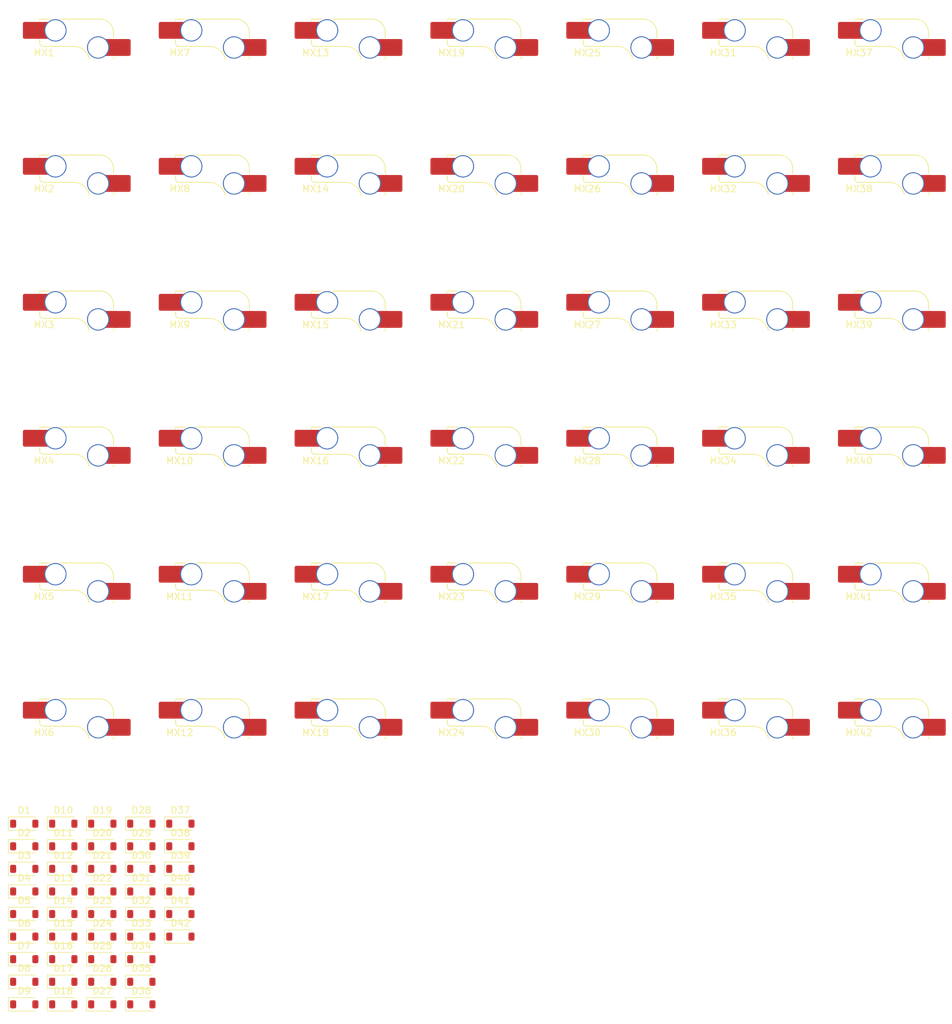
<source format=kicad_pcb>
(kicad_pcb (version 20221018) (generator pcbnew)
  (layers (0 "F.Cu" signal) (31 "B.Cu" signal) (34 "B.Paste" user) (35 "F.Paste" user) (36 "B.SilkS" user "B.Silkscreen") (37 "F.SilkS" user "F.Silkscreen") (38 "B.Mask" user) (39 "F.Mask" user) (44 "Edge.Cuts" user))
  (net 0 "")
  (net 1 "ROW_0")
  (net 2 "Net-(D1-A)")
  (net 3 "Net-(D2-A)")
  (net 4 "Net-(D3-A)")
  (net 5 "Net-(D4-A)")
  (net 6 "Net-(D5-A)")
  (net 7 "Net-(D6-A)")
  (net 8 "ROW_1")
  (net 9 "Net-(D7-A)")
  (net 10 "Net-(D8-A)")
  (net 11 "Net-(D9-A)")
  (net 12 "Net-(D10-A)")
  (net 13 "Net-(D11-A)")
  (net 14 "Net-(D12-A)")
  (net 15 "Net-(D13-K)")
  (net 16 "Net-(D13-A)")
  (net 17 "Net-(D14-A)")
  (net 18 "Net-(D15-A)")
  (net 19 "Net-(D16-A)")
  (net 20 "Net-(D17-A)")
  (net 21 "Net-(D18-A)")
  (net 22 "ROW_3")
  (net 23 "Net-(D19-A)")
  (net 24 "Net-(D20-A)")
  (net 25 "Net-(D21-A)")
  (net 26 "Net-(D22-A)")
  (net 27 "Net-(D23-A)")
  (net 28 "Net-(D24-A)")
  (net 29 "ROW_4")
  (net 30 "Net-(D25-A)")
  (net 31 "Net-(D26-A)")
  (net 32 "Net-(D27-A)")
  (net 33 "Net-(D28-A)")
  (net 34 "Net-(D29-A)")
  (net 35 "Net-(D30-A)")
  (net 36 "ROW_5")
  (net 37 "Net-(D31-A)")
  (net 38 "Net-(D32-A)")
  (net 39 "Net-(D33-A)")
  (net 40 "Net-(D34-A)")
  (net 41 "Net-(D35-A)")
  (net 42 "Net-(D36-A)")
  (net 43 "ROW_6")
  (net 44 "Net-(D37-A)")
  (net 45 "Net-(D38-A)")
  (net 46 "Net-(D39-A)")
  (net 47 "Net-(D40-A)")
  (net 48 "Net-(D41-A)")
  (net 49 "Net-(D42-A)")
  (net 50 "COL_3")
  (net 51 "COL_2")
  (net 52 "COL_1")
  (net 53 "COL_0")
  (net 54 "COL_5")
  (net 55 "COL_4")
  (footprint "PCM_marbastlib-mx:SW_MX_HS_1u" (layer "F.Cu") (at 135.03 111.46)
    (fp_text reference "MX30" (at -4.25 -1.75) (layer "F.SilkS"))
    (fp_text value "MX_SW_HS" hide)
    (pad "" np_thru_hole circle (at -5.08 0) (size 1.75 1.75) (drill 1.75) (layers "*.Cu" "*.Mask"))
    (pad "" np_thru_hole circle (at 0 0) (size 3.9878 3.9878) (drill 3.9878) (layers "*.Cu" "*.Mask"))
    (pad "" np_thru_hole circle (at 5.08 0) (size 1.75 1.75) (drill 1.75) (layers "*.Cu" "*.Mask"))
    (pad "1" thru_hole circle (at 3.81 -2.54) (size 3.3 3.3) (drill 3) (layers "*.Cu" "*.Mask") (net 55 "COL_4"))
    (pad "1" smd rect (at 5.635 -2.54 180) (size 1.65 2.5) (layers "F.Cu") (net 55 "COL_4"))
    (pad "1" smd roundrect (at 7.36 -2.54) (size 2.55 2.5) (layers "F.Cu" "F.Paste" "F.Mask") (roundrect_rratio 0.1) (net 55 "COL_4"))
    (pad "2" smd roundrect (at -6.09 -5.08) (size 2.55 2.5) (layers "F.Cu" "F.Paste" "F.Mask") (roundrect_rratio 0.1) (net 45 "Net-(D38-A)"))
    (pad "2" smd rect (at -4.34 -5.08) (size 1.65 2.5) (layers "F.Cu") (net 45 "Net-(D38-A)"))
    (pad "2" thru_hole circle (at -2.54 -5.08) (size 3.3 3.3) (drill 3) (layers "*.Cu" "*.Mask") (net 45 "Net-(D38-A)"))
  )
  (footprint "Diode_SMD:D_SOD-123" (layer "F.Cu") (at 64.57 133.27)
    (fp_text reference "D31" (at 0 -2) (layer "F.SilkS"))
    (fp_text value "1N4148W")
    (pad "1" smd roundrect (at -1.65 0) (size 0.9 1.2) (layers "F.Cu" "F.Paste" "F.Mask") (net 36 "ROW_5"))
    (pad "2" smd roundrect (at 1.65 0) (size 0.9 1.2) (layers "F.Cu" "F.Paste" "F.Mask") (net 37 "Net-(D31-A)"))
  )
  (footprint "Diode_SMD:D_SOD-123" (layer "F.Cu") (at 47.185 143.32)
    (fp_text reference "D7" (at 0 -2) (layer "F.SilkS"))
    (fp_text value "1N4148W")
    (pad "1" smd roundrect (at -1.65 0) (size 0.9 1.2) (layers "F.Cu" "F.Paste" "F.Mask") (net 8 "ROW_1"))
    (pad "2" smd roundrect (at 1.65 0) (size 0.9 1.2) (layers "F.Cu" "F.Paste" "F.Mask") (net 9 "Net-(D7-A)"))
  )
  (footprint "PCM_marbastlib-mx:SW_MX_HS_1u" (layer "F.Cu") (at 155.2 91.29)
    (fp_text reference "MX35" (at -4.25 -1.75) (layer "F.SilkS"))
    (fp_text value "MX_SW_HS" hide)
    (pad "" np_thru_hole circle (at -5.08 0) (size 1.75 1.75) (drill 1.75) (layers "*.Cu" "*.Mask"))
    (pad "" np_thru_hole circle (at 0 0) (size 3.9878 3.9878) (drill 3.9878) (layers "*.Cu" "*.Mask"))
    (pad "" np_thru_hole circle (at 5.08 0) (size 1.75 1.75) (drill 1.75) (layers "*.Cu" "*.Mask"))
    (pad "1" thru_hole circle (at 3.81 -2.54) (size 3.3 3.3) (drill 3) (layers "*.Cu" "*.Mask") (net 51 "COL_2"))
    (pad "1" smd rect (at 5.635 -2.54 180) (size 1.65 2.5) (layers "F.Cu") (net 51 "COL_2"))
    (pad "1" smd roundrect (at 7.36 -2.54) (size 2.55 2.5) (layers "F.Cu" "F.Paste" "F.Mask") (roundrect_rratio 0.1) (net 51 "COL_2"))
    (pad "2" smd roundrect (at -6.09 -5.08) (size 2.55 2.5) (layers "F.Cu" "F.Paste" "F.Mask") (roundrect_rratio 0.1) (net 40 "Net-(D34-A)"))
    (pad "2" smd rect (at -4.34 -5.08) (size 1.65 2.5) (layers "F.Cu") (net 40 "Net-(D34-A)"))
    (pad "2" thru_hole circle (at -2.54 -5.08) (size 3.3 3.3) (drill 3) (layers "*.Cu" "*.Mask") (net 40 "Net-(D34-A)"))
  )
  (footprint "Diode_SMD:D_SOD-123" (layer "F.Cu") (at 58.775 143.32)
    (fp_text reference "D25" (at 0 -2) (layer "F.SilkS"))
    (fp_text value "1N4148W")
    (pad "1" smd roundrect (at -1.65 0) (size 0.9 1.2) (layers "F.Cu" "F.Paste" "F.Mask") (net 29 "ROW_4"))
    (pad "2" smd roundrect (at 1.65 0) (size 0.9 1.2) (layers "F.Cu" "F.Paste" "F.Mask") (net 30 "Net-(D25-A)"))
  )
  (footprint "Diode_SMD:D_SOD-123" (layer "F.Cu") (at 70.365 123.22)
    (fp_text reference "D37" (at 0 -2) (layer "F.SilkS"))
    (fp_text value "1N4148W")
    (pad "1" smd roundrect (at -1.65 0) (size 0.9 1.2) (layers "F.Cu" "F.Paste" "F.Mask") (net 43 "ROW_6"))
    (pad "2" smd roundrect (at 1.65 0) (size 0.9 1.2) (layers "F.Cu" "F.Paste" "F.Mask") (net 44 "Net-(D37-A)"))
  )
  (footprint "PCM_marbastlib-mx:SW_MX_HS_1u" (layer "F.Cu") (at 114.86 91.29)
    (fp_text reference "MX23" (at -4.25 -1.75) (layer "F.SilkS"))
    (fp_text value "MX_SW_HS" hide)
    (pad "" np_thru_hole circle (at -5.08 0) (size 1.75 1.75) (drill 1.75) (layers "*.Cu" "*.Mask"))
    (pad "" np_thru_hole circle (at 0 0) (size 3.9878 3.9878) (drill 3.9878) (layers "*.Cu" "*.Mask"))
    (pad "" np_thru_hole circle (at 5.08 0) (size 1.75 1.75) (drill 1.75) (layers "*.Cu" "*.Mask"))
    (pad "1" thru_hole circle (at 3.81 -2.54) (size 3.3 3.3) (drill 3) (layers "*.Cu" "*.Mask") (net 53 "COL_0"))
    (pad "1" smd rect (at 5.635 -2.54 180) (size 1.65 2.5) (layers "F.Cu") (net 53 "COL_0"))
    (pad "1" smd roundrect (at 7.36 -2.54) (size 2.55 2.5) (layers "F.Cu" "F.Paste" "F.Mask") (roundrect_rratio 0.1) (net 53 "COL_0"))
    (pad "2" smd roundrect (at -6.09 -5.08) (size 2.55 2.5) (layers "F.Cu" "F.Paste" "F.Mask") (roundrect_rratio 0.1) (net 21 "Net-(D18-A)"))
    (pad "2" smd rect (at -4.34 -5.08) (size 1.65 2.5) (layers "F.Cu") (net 21 "Net-(D18-A)"))
    (pad "2" thru_hole circle (at -2.54 -5.08) (size 3.3 3.3) (drill 3) (layers "*.Cu" "*.Mask") (net 21 "Net-(D18-A)"))
  )
  (footprint "PCM_marbastlib-mx:SW_MX_HS_1u" (layer "F.Cu") (at 94.69 91.29)
    (fp_text reference "MX17" (at -4.25 -1.75) (layer "F.SilkS"))
    (fp_text value "MX_SW_HS" hide)
    (pad "" np_thru_hole circle (at -5.08 0) (size 1.75 1.75) (drill 1.75) (layers "*.Cu" "*.Mask"))
    (pad "" np_thru_hole circle (at 0 0) (size 3.9878 3.9878) (drill 3.9878) (layers "*.Cu" "*.Mask"))
    (pad "" np_thru_hole circle (at 5.08 0) (size 1.75 1.75) (drill 1.75) (layers "*.Cu" "*.Mask"))
    (pad "1" thru_hole circle (at 3.81 -2.54) (size 3.3 3.3) (drill 3) (layers "*.Cu" "*.Mask") (net 50 "COL_3"))
    (pad "1" smd rect (at 5.635 -2.54 180) (size 1.65 2.5) (layers "F.Cu") (net 50 "COL_3"))
    (pad "1" smd roundrect (at 7.36 -2.54) (size 2.55 2.5) (layers "F.Cu" "F.Paste" "F.Mask") (roundrect_rratio 0.1) (net 50 "COL_3"))
    (pad "2" smd roundrect (at -6.09 -5.08) (size 2.55 2.5) (layers "F.Cu" "F.Paste" "F.Mask") (roundrect_rratio 0.1) (net 18 "Net-(D15-A)"))
    (pad "2" smd rect (at -4.34 -5.08) (size 1.65 2.5) (layers "F.Cu") (net 18 "Net-(D15-A)"))
    (pad "2" thru_hole circle (at -2.54 -5.08) (size 3.3 3.3) (drill 3) (layers "*.Cu" "*.Mask") (net 18 "Net-(D15-A)"))
  )
  (footprint "Diode_SMD:D_SOD-123" (layer "F.Cu") (at 58.775 126.57)
    (fp_text reference "D20" (at 0 -2) (layer "F.SilkS"))
    (fp_text value "1N4148W")
    (pad "1" smd roundrect (at -1.65 0) (size 0.9 1.2) (layers "F.Cu" "F.Paste" "F.Mask") (net 22 "ROW_3"))
    (pad "2" smd roundrect (at 1.65 0) (size 0.9 1.2) (layers "F.Cu" "F.Paste" "F.Mask") (net 24 "Net-(D20-A)"))
  )
  (footprint "Diode_SMD:D_SOD-123" (layer "F.Cu") (at 47.185 150.02)
    (fp_text reference "D9" (at 0 -2) (layer "F.SilkS"))
    (fp_text value "1N4148W")
    (pad "1" smd roundrect (at -1.65 0) (size 0.9 1.2) (layers "F.Cu" "F.Paste" "F.Mask") (net 8 "ROW_1"))
    (pad "2" smd roundrect (at 1.65 0) (size 0.9 1.2) (layers "F.Cu" "F.Paste" "F.Mask") (net 11 "Net-(D9-A)"))
  )
  (footprint "PCM_marbastlib-mx:SW_MX_HS_1u" (layer "F.Cu") (at 74.52 91.29)
    (fp_text reference "MX11" (at -4.25 -1.75) (layer "F.SilkS"))
    (fp_text value "MX_SW_HS" hide)
    (pad "" np_thru_hole circle (at -5.08 0) (size 1.75 1.75) (drill 1.75) (layers "*.Cu" "*.Mask"))
    (pad "" np_thru_hole circle (at 0 0) (size 3.9878 3.9878) (drill 3.9878) (layers "*.Cu" "*.Mask"))
    (pad "" np_thru_hole circle (at 5.08 0) (size 1.75 1.75) (drill 1.75) (layers "*.Cu" "*.Mask"))
    (pad "1" thru_hole circle (at 3.81 -2.54) (size 3.3 3.3) (drill 3) (layers "*.Cu" "*.Mask") (net 52 "COL_1"))
    (pad "1" smd rect (at 5.635 -2.54 180) (size 1.65 2.5) (layers "F.Cu") (net 52 "COL_1"))
    (pad "1" smd roundrect (at 7.36 -2.54) (size 2.55 2.5) (layers "F.Cu" "F.Paste" "F.Mask") (roundrect_rratio 0.1) (net 52 "COL_1"))
    (pad "2" smd roundrect (at -6.09 -5.08) (size 2.55 2.5) (layers "F.Cu" "F.Paste" "F.Mask") (roundrect_rratio 0.1) (net 13 "Net-(D11-A)"))
    (pad "2" smd rect (at -4.34 -5.08) (size 1.65 2.5) (layers "F.Cu") (net 13 "Net-(D11-A)"))
    (pad "2" thru_hole circle (at -2.54 -5.08) (size 3.3 3.3) (drill 3) (layers "*.Cu" "*.Mask") (net 13 "Net-(D11-A)"))
  )
  (footprint "PCM_marbastlib-mx:SW_MX_HS_1u" (layer "F.Cu") (at 175.37 10.61)
    (fp_text reference "MX37" (at -4.25 -1.75) (layer "F.SilkS"))
    (fp_text value "MX_SW_HS" hide)
    (pad "" np_thru_hole circle (at -5.08 0) (size 1.75 1.75) (drill 1.75) (layers "*.Cu" "*.Mask"))
    (pad "" np_thru_hole circle (at 0 0) (size 3.9878 3.9878) (drill 3.9878) (layers "*.Cu" "*.Mask"))
    (pad "" np_thru_hole circle (at 5.08 0) (size 1.75 1.75) (drill 1.75) (layers "*.Cu" "*.Mask"))
    (pad "1" thru_hole circle (at 3.81 -2.54) (size 3.3 3.3) (drill 3) (layers "*.Cu" "*.Mask") (net 52 "COL_1"))
    (pad "1" smd rect (at 5.635 -2.54 180) (size 1.65 2.5) (layers "F.Cu") (net 52 "COL_1"))
    (pad "1" smd roundrect (at 7.36 -2.54) (size 2.55 2.5) (layers "F.Cu" "F.Paste" "F.Mask") (roundrect_rratio 0.1) (net 52 "COL_1"))
    (pad "2" smd roundrect (at -6.09 -5.08) (size 2.55 2.5) (layers "F.Cu" "F.Paste" "F.Mask") (roundrect_rratio 0.1) (net 34 "Net-(D29-A)"))
    (pad "2" smd rect (at -4.34 -5.08) (size 1.65 2.5) (layers "F.Cu") (net 34 "Net-(D29-A)"))
    (pad "2" thru_hole circle (at -2.54 -5.08) (size 3.3 3.3) (drill 3) (layers "*.Cu" "*.Mask") (net 34 "Net-(D29-A)"))
  )
  (footprint "Diode_SMD:D_SOD-123" (layer "F.Cu") (at 64.57 129.92)
    (fp_text reference "D30" (at 0 -2) (layer "F.SilkS"))
    (fp_text value "1N4148W")
    (pad "1" smd roundrect (at -1.65 0) (size 0.9 1.2) (layers "F.Cu" "F.Paste" "F.Mask") (net 29 "ROW_4"))
    (pad "2" smd roundrect (at 1.65 0) (size 0.9 1.2) (layers "F.Cu" "F.Paste" "F.Mask") (net 35 "Net-(D30-A)"))
  )
  (footprint "PCM_marbastlib-mx:SW_MX_HS_1u" (layer "F.Cu") (at 175.37 50.95)
    (fp_text reference "MX39" (at -4.25 -1.75) (layer "F.SilkS"))
    (fp_text value "MX_SW_HS" hide)
    (pad "" np_thru_hole circle (at -5.08 0) (size 1.75 1.75) (drill 1.75) (layers "*.Cu" "*.Mask"))
    (pad "" np_thru_hole circle (at 0 0) (size 3.9878 3.9878) (drill 3.9878) (layers "*.Cu" "*.Mask"))
    (pad "" np_thru_hole circle (at 5.08 0) (size 1.75 1.75) (drill 1.75) (layers "*.Cu" "*.Mask"))
    (pad "1" thru_hole circle (at 3.81 -2.54) (size 3.3 3.3) (drill 3) (layers "*.Cu" "*.Mask") (net 52 "COL_1"))
    (pad "1" smd rect (at 5.635 -2.54 180) (size 1.65 2.5) (layers "F.Cu") (net 52 "COL_1"))
    (pad "1" smd roundrect (at 7.36 -2.54) (size 2.55 2.5) (layers "F.Cu" "F.Paste" "F.Mask") (roundrect_rratio 0.1) (net 52 "COL_1"))
    (pad "2" smd roundrect (at -6.09 -5.08) (size 2.55 2.5) (layers "F.Cu" "F.Paste" "F.Mask") (roundrect_rratio 0.1) (net 48 "Net-(D41-A)"))
    (pad "2" smd rect (at -4.34 -5.08) (size 1.65 2.5) (layers "F.Cu") (net 48 "Net-(D41-A)"))
    (pad "2" thru_hole circle (at -2.54 -5.08) (size 3.3 3.3) (drill 3) (layers "*.Cu" "*.Mask") (net 48 "Net-(D41-A)"))
  )
  (footprint "PCM_marbastlib-mx:SW_MX_HS_1u" (layer "F.Cu") (at 175.37 71.12)
    (fp_text reference "MX40" (at -4.25 -1.75) (layer "F.SilkS"))
    (fp_text value "MX_SW_HS" hide)
    (pad "" np_thru_hole circle (at -5.08 0) (size 1.75 1.75) (drill 1.75) (layers "*.Cu" "*.Mask"))
    (pad "" np_thru_hole circle (at 0 0) (size 3.9878 3.9878) (drill 3.9878) (layers "*.Cu" "*.Mask"))
    (pad "" np_thru_hole circle (at 5.08 0) (size 1.75 1.75) (drill 1.75) (layers "*.Cu" "*.Mask"))
    (pad "1" thru_hole circle (at 3.81 -2.54) (size 3.3 3.3) (drill 3) (layers "*.Cu" "*.Mask") (net 53 "COL_0"))
    (pad "1" smd rect (at 5.635 -2.54 180) (size 1.65 2.5) (layers "F.Cu") (net 53 "COL_0"))
    (pad "1" smd roundrect (at 7.36 -2.54) (size 2.55 2.5) (layers "F.Cu" "F.Paste" "F.Mask") (roundrect_rratio 0.1) (net 53 "COL_0"))
    (pad "2" smd roundrect (at -6.09 -5.08) (size 2.55 2.5) (layers "F.Cu" "F.Paste" "F.Mask") (roundrect_rratio 0.1) (net 35 "Net-(D30-A)"))
    (pad "2" smd rect (at -4.34 -5.08) (size 1.65 2.5) (layers "F.Cu") (net 35 "Net-(D30-A)"))
    (pad "2" thru_hole circle (at -2.54 -5.08) (size 3.3 3.3) (drill 3) (layers "*.Cu" "*.Mask") (net 35 "Net-(D30-A)"))
  )
  (footprint "PCM_marbastlib-mx:SW_MX_HS_1u" (layer "F.Cu") (at 54.35 111.46)
    (fp_text reference "MX6" (at -4.25 -1.75) (layer "F.SilkS"))
    (fp_text value "MX_SW_HS" hide)
    (pad "" np_thru_hole circle (at -5.08 0) (size 1.75 1.75) (drill 1.75) (layers "*.Cu" "*.Mask"))
    (pad "" np_thru_hole circle (at 0 0) (size 3.9878 3.9878) (drill 3.9878) (layers "*.Cu" "*.Mask"))
    (pad "" np_thru_hole circle (at 5.08 0) (size 1.75 1.75) (drill 1.75) (layers "*.Cu" "*.Mask"))
    (pad "1" thru_hole circle (at 3.81 -2.54) (size 3.3 3.3) (drill 3) (layers "*.Cu" "*.Mask") (net 55 "COL_4"))
    (pad "1" smd rect (at 5.635 -2.54 180) (size 1.65 2.5) (layers "F.Cu") (net 55 "COL_4"))
    (pad "1" smd roundrect (at 7.36 -2.54) (size 2.55 2.5) (layers "F.Cu" "F.Paste" "F.Mask") (roundrect_rratio 0.1) (net 55 "COL_4"))
    (pad "2" smd roundrect (at -6.09 -5.08) (size 2.55 2.5) (layers "F.Cu" "F.Paste" "F.Mask") (roundrect_rratio 0.1) (net 10 "Net-(D8-A)"))
    (pad "2" smd rect (at -4.34 -5.08) (size 1.65 2.5) (layers "F.Cu") (net 10 "Net-(D8-A)"))
    (pad "2" thru_hole circle (at -2.54 -5.08) (size 3.3 3.3) (drill 3) (layers "*.Cu" "*.Mask") (net 10 "Net-(D8-A)"))
  )
  (footprint "PCM_marbastlib-mx:SW_MX_HS_1u" (layer "F.Cu") (at 54.35 71.12)
    (fp_text reference "MX4" (at -4.25 -1.75) (layer "F.SilkS"))
    (fp_text value "MX_SW_HS" hide)
    (pad "" np_thru_hole circle (at -5.08 0) (size 1.75 1.75) (drill 1.75) (layers "*.Cu" "*.Mask"))
    (pad "" np_thru_hole circle (at 0 0) (size 3.9878 3.9878) (drill 3.9878) (layers "*.Cu" "*.Mask"))
    (pad "" np_thru_hole circle (at 5.08 0) (size 1.75 1.75) (drill 1.75) (layers "*.Cu" "*.Mask"))
    (pad "1" thru_hole circle (at 3.81 -2.54) (size 3.3 3.3) (drill 3) (layers "*.Cu" "*.Mask") (net 53 "COL_0"))
    (pad "1" smd rect (at 5.635 -2.54 180) (size 1.65 2.5) (layers "F.Cu") (net 53 "COL_0"))
    (pad "1" smd roundrect (at 7.36 -2.54) (size 2.55 2.5) (layers "F.Cu" "F.Paste" "F.Mask") (roundrect_rratio 0.1) (net 53 "COL_0"))
    (pad "2" smd roundrect (at -6.09 -5.08) (size 2.55 2.5) (layers "F.Cu" "F.Paste" "F.Mask") (roundrect_rratio 0.1) (net 7 "Net-(D6-A)"))
    (pad "2" smd rect (at -4.34 -5.08) (size 1.65 2.5) (layers "F.Cu") (net 7 "Net-(D6-A)"))
    (pad "2" thru_hole circle (at -2.54 -5.08) (size 3.3 3.3) (drill 3) (layers "*.Cu" "*.Mask") (net 7 "Net-(D6-A)"))
  )
  (footprint "PCM_marbastlib-mx:SW_MX_HS_1u" (layer "F.Cu") (at 114.86 71.12)
    (fp_text reference "MX22" (at -4.25 -1.75) (layer "F.SilkS"))
    (fp_text value "MX_SW_HS" hide)
    (pad "" np_thru_hole circle (at -5.08 0) (size 1.75 1.75) (drill 1.75) (layers "*.Cu" "*.Mask"))
    (pad "" np_thru_hole circle (at 0 0) (size 3.9878 3.9878) (drill 3.9878) (layers "*.Cu" "*.Mask"))
    (pad "" np_thru_hole circle (at 5.08 0) (size 1.75 1.75) (drill 1.75) (layers "*.Cu" "*.Mask"))
    (pad "1" thru_hole circle (at 3.81 -2.54) (size 3.3 3.3) (drill 3) (layers "*.Cu" "*.Mask") (net 52 "COL_1"))
    (pad "1" smd rect (at 5.635 -2.54 180) (size 1.65 2.5) (layers "F.Cu") (net 52 "COL_1"))
    (pad "1" smd roundrect (at 7.36 -2.54) (size 2.55 2.5) (layers "F.Cu" "F.Paste" "F.Mask") (roundrect_rratio 0.1) (net 52 "COL_1"))
    (pad "2" smd roundrect (at -6.09 -5.08) (size 2.55 2.5) (layers "F.Cu" "F.Paste" "F.Mask") (roundrect_rratio 0.1) (net 27 "Net-(D23-A)"))
    (pad "2" smd rect (at -4.34 -5.08) (size 1.65 2.5) (layers "F.Cu") (net 27 "Net-(D23-A)"))
    (pad "2" thru_hole circle (at -2.54 -5.08) (size 3.3 3.3) (drill 3) (layers "*.Cu" "*.Mask") (net 27 "Net-(D23-A)"))
  )
  (footprint "Diode_SMD:D_SOD-123" (layer "F.Cu") (at 47.185 123.22)
    (fp_text reference "D1" (at 0 -2) (layer "F.SilkS"))
    (fp_text value "1N4148W")
    (pad "1" smd roundrect (at -1.65 0) (size 0.9 1.2) (layers "F.Cu" "F.Paste" "F.Mask") (net 1 "ROW_0"))
    (pad "2" smd roundrect (at 1.65 0) (size 0.9 1.2) (layers "F.Cu" "F.Paste" "F.Mask") (net 2 "Net-(D1-A)"))
  )
  (footprint "Diode_SMD:D_SOD-123" (layer "F.Cu") (at 52.98 133.27)
    (fp_text reference "D13" (at 0 -2) (layer "F.SilkS"))
    (fp_text value "1N4148W")
    (pad "1" smd roundrect (at -1.65 0) (size 0.9 1.2) (layers "F.Cu" "F.Paste" "F.Mask") (net 15 "Net-(D13-K)"))
    (pad "2" smd roundrect (at 1.65 0) (size 0.9 1.2) (layers "F.Cu" "F.Paste" "F.Mask") (net 16 "Net-(D13-A)"))
  )
  (footprint "Diode_SMD:D_SOD-123" (layer "F.Cu") (at 47.185 126.57)
    (fp_text reference "D2" (at 0 -2) (layer "F.SilkS"))
    (fp_text value "1N4148W")
    (pad "1" smd roundrect (at -1.65 0) (size 0.9 1.2) (layers "F.Cu" "F.Paste" "F.Mask") (net 1 "ROW_0"))
    (pad "2" smd roundrect (at 1.65 0) (size 0.9 1.2) (layers "F.Cu" "F.Paste" "F.Mask") (net 3 "Net-(D2-A)"))
  )
  (footprint "PCM_marbastlib-mx:SW_MX_HS_1u" (layer "F.Cu") (at 114.86 111.46)
    (fp_text reference "MX24" (at -4.25 -1.75) (layer "F.SilkS"))
    (fp_text value "MX_SW_HS" hide)
    (pad "" np_thru_hole circle (at -5.08 0) (size 1.75 1.75) (drill 1.75) (layers "*.Cu" "*.Mask"))
    (pad "" np_thru_hole circle (at 0 0) (size 3.9878 3.9878) (drill 3.9878) (layers "*.Cu" "*.Mask"))
    (pad "" np_thru_hole circle (at 5.08 0) (size 1.75 1.75) (drill 1.75) (layers "*.Cu" "*.Mask"))
    (pad "1" thru_hole circle (at 3.81 -2.54) (size 3.3 3.3) (drill 3) (layers "*.Cu" "*.Mask") (net 53 "COL_0"))
    (pad "1" smd rect (at 5.635 -2.54 180) (size 1.65 2.5) (layers "F.Cu") (net 53 "COL_0"))
    (pad "1" smd roundrect (at 7.36 -2.54) (size 2.55 2.5) (layers "F.Cu" "F.Paste" "F.Mask") (roundrect_rratio 0.1) (net 53 "COL_0"))
    (pad "2" smd roundrect (at -6.09 -5.08) (size 2.55 2.5) (layers "F.Cu" "F.Paste" "F.Mask") (roundrect_rratio 0.1) (net 28 "Net-(D24-A)"))
    (pad "2" smd rect (at -4.34 -5.08) (size 1.65 2.5) (layers "F.Cu") (net 28 "Net-(D24-A)"))
    (pad "2" thru_hole circle (at -2.54 -5.08) (size 3.3 3.3) (drill 3) (layers "*.Cu" "*.Mask") (net 28 "Net-(D24-A)"))
  )
  (footprint "Diode_SMD:D_SOD-123" (layer "F.Cu") (at 70.365 126.57)
    (fp_text reference "D38" (at 0 -2) (layer "F.SilkS"))
    (fp_text value "1N4148W")
    (pad "1" smd roundrect (at -1.65 0) (size 0.9 1.2) (layers "F.Cu" "F.Paste" "F.Mask") (net 43 "ROW_6"))
    (pad "2" smd roundrect (at 1.65 0) (size 0.9 1.2) (layers "F.Cu" "F.Paste" "F.Mask") (net 45 "Net-(D38-A)"))
  )
  (footprint "Diode_SMD:D_SOD-123" (layer "F.Cu") (at 58.775 136.62)
    (fp_text reference "D23" (at 0 -2) (layer "F.SilkS"))
    (fp_text value "1N4148W")
    (pad "1" smd roundrect (at -1.65 0) (size 0.9 1.2) (layers "F.Cu" "F.Paste" "F.Mask") (net 22 "ROW_3"))
    (pad "2" smd roundrect (at 1.65 0) (size 0.9 1.2) (layers "F.Cu" "F.Paste" "F.Mask") (net 27 "Net-(D23-A)"))
  )
  (footprint "Diode_SMD:D_SOD-123" (layer "F.Cu") (at 64.57 150.02)
    (fp_text reference "D36" (at 0 -2) (layer "F.SilkS"))
    (fp_text value "1N4148W")
    (pad "1" smd roundrect (at -1.65 0) (size 0.9 1.2) (layers "F.Cu" "F.Paste" "F.Mask") (net 36 "ROW_5"))
    (pad "2" smd roundrect (at 1.65 0) (size 0.9 1.2) (layers "F.Cu" "F.Paste" "F.Mask") (net 42 "Net-(D36-A)"))
  )
  (footprint "PCM_marbastlib-mx:SW_MX_HS_1u" (layer "F.Cu") (at 135.03 10.61)
    (fp_text reference "MX25" (at -4.25 -1.75) (layer "F.SilkS"))
    (fp_text value "MX_SW_HS" hide)
    (pad "" np_thru_hole circle (at -5.08 0) (size 1.75 1.75) (drill 1.75) (layers "*.Cu" "*.Mask"))
    (pad "" np_thru_hole circle (at 0 0) (size 3.9878 3.9878) (drill 3.9878) (layers "*.Cu" "*.Mask"))
    (pad "" np_thru_hole circle (at 5.08 0) (size 1.75 1.75) (drill 1.75) (layers "*.Cu" "*.Mask"))
    (pad "1" thru_hole circle (at 3.81 -2.54) (size 3.3 3.3) (drill 3) (layers "*.Cu" "*.Mask") (net 54 "COL_5"))
    (pad "1" smd rect (at 5.635 -2.54 180) (size 1.65 2.5) (layers "F.Cu") (net 54 "COL_5"))
    (pad "1" smd roundrect (at 7.36 -2.54) (size 2.55 2.5) (layers "F.Cu" "F.Paste" "F.Mask") (roundrect_rratio 0.1) (net 54 "COL_5"))
    (pad "2" smd roundrect (at -6.09 -5.08) (size 2.55 2.5) (layers "F.Cu" "F.Paste" "F.Mask") (roundrect_rratio 0.1) (net 30 "Net-(D25-A)"))
    (pad "2" smd rect (at -4.34 -5.08) (size 1.65 2.5) (layers "F.Cu") (net 30 "Net-(D25-A)"))
    (pad "2" thru_hole circle (at -2.54 -5.08) (size 3.3 3.3) (drill 3) (layers "*.Cu" "*.Mask") (net 30 "Net-(D25-A)"))
  )
  (footprint "Diode_SMD:D_SOD-123" (layer "F.Cu") (at 70.365 129.92)
    (fp_text reference "D39" (at 0 -2) (layer "F.SilkS"))
    (fp_text value "1N4148W")
    (pad "1" smd roundrect (at -1.65 0) (size 0.9 1.2) (layers "F.Cu" "F.Paste" "F.Mask") (net 43 "ROW_6"))
    (pad "2" smd roundrect (at 1.65 0) (size 0.9 1.2) (layers "F.Cu" "F.Paste" "F.Mask") (net 46 "Net-(D39-A)"))
  )
  (footprint "PCM_marbastlib-mx:SW_MX_HS_1u" (layer "F.Cu") (at 155.2 111.46)
    (fp_text reference "MX36" (at -4.25 -1.75) (layer "F.SilkS"))
    (fp_text value "MX_SW_HS" hide)
    (pad "" np_thru_hole circle (at -5.08 0) (size 1.75 1.75) (drill 1.75) (layers "*.Cu" "*.Mask"))
    (pad "" np_thru_hole circle (at 0 0) (size 3.9878 3.9878) (drill 3.9878) (layers "*.Cu" "*.Mask"))
    (pad "" np_thru_hole circle (at 5.08 0) (size 1.75 1.75) (drill 1.75) (layers "*.Cu" "*.Mask"))
    (pad "1" thru_hole circle (at 3.81 -2.54) (size 3.3 3.3) (drill 3) (layers "*.Cu" "*.Mask") (net 51 "COL_2"))
    (pad "1" smd rect (at 5.635 -2.54 180) (size 1.65 2.5) (layers "F.Cu") (net 51 "COL_2"))
    (pad "1" smd roundrect (at 7.36 -2.54) (size 2.55 2.5) (layers "F.Cu" "F.Paste" "F.Mask") (roundrect_rratio 0.1) (net 51 "COL_2"))
    (pad "2" smd roundrect (at -6.09 -5.08) (size 2.55 2.5) (layers "F.Cu" "F.Paste" "F.Mask") (roundrect_rratio 0.1) (net 47 "Net-(D40-A)"))
    (pad "2" smd rect (at -4.34 -5.08) (size 1.65 2.5) (layers "F.Cu") (net 47 "Net-(D40-A)"))
    (pad "2" thru_hole circle (at -2.54 -5.08) (size 3.3 3.3) (drill 3) (layers "*.Cu" "*.Mask") (net 47 "Net-(D40-A)"))
  )
  (footprint "Diode_SMD:D_SOD-123" (layer "F.Cu") (at 58.775 150.02)
    (fp_text reference "D27" (at 0 -2) (layer "F.SilkS"))
    (fp_text value "1N4148W")
    (pad "1" smd roundrect (at -1.65 0) (size 0.9 1.2) (layers "F.Cu" "F.Paste" "F.Mask") (net 29 "ROW_4"))
    (pad "2" smd roundrect (at 1.65 0) (size 0.9 1.2) (layers "F.Cu" "F.Paste" "F.Mask") (net 32 "Net-(D27-A)"))
  )
  (footprint "Diode_SMD:D_SOD-123" (layer "F.Cu") (at 64.57 143.32)
    (fp_text reference "D34" (at 0 -2) (layer "F.SilkS"))
    (fp_text value "1N4148W")
    (pad "1" smd roundrect (at -1.65 0) (size 0.9 1.2) (layers "F.Cu" "F.Paste" "F.Mask") (net 36 "ROW_5"))
    (pad "2" smd roundrect (at 1.65 0) (size 0.9 1.2) (layers "F.Cu" "F.Paste" "F.Mask") (net 40 "Net-(D34-A)"))
  )
  (footprint "Diode_SMD:D_SOD-123" (layer "F.Cu") (at 58.775 146.67)
    (fp_text reference "D26" (at 0 -2) (layer "F.SilkS"))
    (fp_text value "1N4148W")
    (pad "1" smd roundrect (at -1.65 0) (size 0.9 1.2) (layers "F.Cu" "F.Paste" "F.Mask") (net 29 "ROW_4"))
    (pad "2" smd roundrect (at 1.65 0) (size 0.9 1.2) (layers "F.Cu" "F.Paste" "F.Mask") (net 31 "Net-(D26-A)"))
  )
  (footprint "PCM_marbastlib-mx:SW_MX_HS_1u" (layer "F.Cu") (at 175.37 91.29)
    (fp_text reference "MX41" (at -4.25 -1.75) (layer "F.SilkS"))
    (fp_text value "MX_SW_HS" hide)
    (pad "" np_thru_hole circle (at -5.08 0) (size 1.75 1.75) (drill 1.75) (layers "*.Cu" "*.Mask"))
    (pad "" np_thru_hole circle (at 0 0) (size 3.9878 3.9878) (drill 3.9878) (layers "*.Cu" "*.Mask"))
    (pad "" np_thru_hole circle (at 5.08 0) (size 1.75 1.75) (drill 1.75) (layers "*.Cu" "*.Mask"))
    (pad "1" thru_hole circle (at 3.81 -2.54) (size 3.3 3.3) (drill 3) (layers "*.Cu" "*.Mask") (net 53 "COL_0"))
    (pad "1" smd rect (at 5.635 -2.54 180) (size 1.65 2.5) (layers "F.Cu") (net 53 "COL_0"))
    (pad "1" smd roundrect (at 7.36 -2.54) (size 2.55 2.5) (layers "F.Cu" "F.Paste" "F.Mask") (roundrect_rratio 0.1) (net 53 "COL_0"))
    (pad "2" smd roundrect (at -6.09 -5.08) (size 2.55 2.5) (layers "F.Cu" "F.Paste" "F.Mask") (roundrect_rratio 0.1) (net 42 "Net-(D36-A)"))
    (pad "2" smd rect (at -4.34 -5.08) (size 1.65 2.5) (layers "F.Cu") (net 42 "Net-(D36-A)"))
    (pad "2" thru_hole circle (at -2.54 -5.08) (size 3.3 3.3) (drill 3) (layers "*.Cu" "*.Mask") (net 42 "Net-(D36-A)"))
  )
  (footprint "PCM_marbastlib-mx:SW_MX_HS_1u" (layer "F.Cu") (at 155.2 30.78)
    (fp_text reference "MX32" (at -4.25 -1.75) (layer "F.SilkS"))
    (fp_text value "MX_SW_HS" hide)
    (pad "" np_thru_hole circle (at -5.08 0) (size 1.75 1.75) (drill 1.75) (layers "*.Cu" "*.Mask"))
    (pad "" np_thru_hole circle (at 0 0) (size 3.9878 3.9878) (drill 3.9878) (layers "*.Cu" "*.Mask"))
    (pad "" np_thru_hole circle (at 5.08 0) (size 1.75 1.75) (drill 1.75) (layers "*.Cu" "*.Mask"))
    (pad "1" thru_hole circle (at 3.81 -2.54) (size 3.3 3.3) (drill 3) (layers "*.Cu" "*.Mask") (net 50 "COL_3"))
    (pad "1" smd rect (at 5.635 -2.54 180) (size 1.65 2.5) (layers "F.Cu") (net 50 "COL_3"))
    (pad "1" smd roundrect (at 7.36 -2.54) (size 2.55 2.5) (layers "F.Cu" "F.Paste" "F.Mask") (roundrect_rratio 0.1) (net 50 "COL_3"))
    (pad "2" smd roundrect (at -6.09 -5.08) (size 2.55 2.5) (layers "F.Cu" "F.Paste" "F.Mask") (roundrect_rratio 0.1) (net 39 "Net-(D33-A)"))
    (pad "2" smd rect (at -4.34 -5.08) (size 1.65 2.5) (layers "F.Cu") (net 39 "Net-(D33-A)"))
    (pad "2" thru_hole circle (at -2.54 -5.08) (size 3.3 3.3) (drill 3) (layers "*.Cu" "*.Mask") (net 39 "Net-(D33-A)"))
  )
  (footprint "PCM_marbastlib-mx:SW_MX_HS_1u" (layer "F.Cu") (at 114.86 50.95)
    (fp_text reference "MX21" (at -4.25 -1.75) (layer "F.SilkS"))
    (fp_text value "MX_SW_HS" hide)
    (pad "" np_thru_hole circle (at -5.08 0) (size 1.75 1.75) (drill 1.75) (layers "*.Cu" "*.Mask"))
    (pad "" np_thru_hole circle (at 0 0) (size 3.9878 3.9878) (drill 3.9878) (layers "*.Cu" "*.Mask"))
    (pad "" np_thru_hole circle (at 5.08 0) (size 1.75 1.75) (drill 1.75) (layers "*.Cu" "*.Mask"))
    (pad "1" thru_hole circle (at 3.81 -2.54) (size 3.3 3.3) (drill 3) (layers "*.Cu" "*.Mask") (net 52 "COL_1"))
    (pad "1" smd rect (at 5.635 -2.54 180) (size 1.65 2.5) (layers "F.Cu") (net 52 "COL_1"))
    (pad "1" smd roundrect (at 7.36 -2.54) (size 2.55 2.5) (layers "F.Cu" "F.Paste" "F.Mask") (roundrect_rratio 0.1) (net 52 "COL_1"))
    (pad "2" smd roundrect (at -6.09 -5.08) (size 2.55 2.5) (layers "F.Cu" "F.Paste" "F.Mask") (roundrect_rratio 0.1) (net 20 "Net-(D17-A)"))
    (pad "2" smd rect (at -4.34 -5.08) (size 1.65 2.5) (layers "F.Cu") (net 20 "Net-(D17-A)"))
    (pad "2" thru_hole circle (at -2.54 -5.08) (size 3.3 3.3) (drill 3) (layers "*.Cu" "*.Mask") (net 20 "Net-(D17-A)"))
  )
  (footprint "Diode_SMD:D_SOD-123" (layer "F.Cu") (at 52.98 143.32)
    (fp_text reference "D16" (at 0 -2) (layer "F.SilkS"))
    (fp_text value "1N4148W")
    (pad "1" smd roundrect (at -1.65 0) (size 0.9 1.2) (layers "F.Cu" "F.Paste" "F.Mask") (net 15 "Net-(D13-K)"))
    (pad "2" smd roundrect (at 1.65 0) (size 0.9 1.2) (layers "F.Cu" "F.Paste" "F.Mask") (net 19 "Net-(D16-A)"))
  )
  (footprint "Diode_SMD:D_SOD-123" (layer "F.Cu") (at 58.775 129.92)
    (fp_text reference "D21" (at 0 -2) (layer "F.SilkS"))
    (fp_text value "1N4148W")
    (pad "1" smd roundrect (at -1.65 0) (size 0.9 1.2) (layers "F.Cu" "F.Paste" "F.Mask") (net 22 "ROW_3"))
    (pad "2" smd roundrect (at 1.65 0) (size 0.9 1.2) (layers "F.Cu" "F.Paste" "F.Mask") (net 25 "Net-(D21-A)"))
  )
  (footprint "PCM_marbastlib-mx:SW_MX_HS_1u" (layer "F.Cu") (at 155.2 71.12)
    (fp_text reference "MX34" (at -4.25 -1.75) (layer "F.SilkS"))
    (fp_text value "MX_SW_HS" hide)
    (pad "" np_thru_hole circle (at -5.08 0) (size 1.75 1.75) (drill 1.75) (layers "*.Cu" "*.Mask"))
    (pad "" np_thru_hole circle (at 0 0) (size 3.9878 3.9878) (drill 3.9878) (layers "*.Cu" "*.Mask"))
    (pad "" np_thru_hole circle (at 5.08 0) (size 1.75 1.75) (drill 1.75) (layers "*.Cu" "*.Mask"))
    (pad "1" thru_hole circle (at 3.81 -2.54) (size 3.3 3.3) (drill 3) (layers "*.Cu" "*.Mask") (net 51 "COL_2"))
    (pad "1" smd rect (at 5.635 -2.54 180) (size 1.65 2.5) (layers "F.Cu") (net 51 "COL_2"))
    (pad "1" smd roundrect (at 7.36 -2.54) (size 2.55 2.5) (layers "F.Cu" "F.Paste" "F.Mask") (roundrect_rratio 0.1) (net 51 "COL_2"))
    (pad "2" smd roundrect (at -6.09 -5.08) (size 2.55 2.5) (layers "F.Cu" "F.Paste" "F.Mask") (roundrect_rratio 0.1) (net 33 "Net-(D28-A)"))
    (pad "2" smd rect (at -4.34 -5.08) (size 1.65 2.5) (layers "F.Cu") (net 33 "Net-(D28-A)"))
    (pad "2" thru_hole circle (at -2.54 -5.08) (size 3.3 3.3) (drill 3) (layers "*.Cu" "*.Mask") (net 33 "Net-(D28-A)"))
  )
  (footprint "PCM_marbastlib-mx:SW_MX_HS_1u" (layer "F.Cu") (at 94.69 10.61)
    (fp_text reference "MX13" (at -4.25 -1.75) (layer "F.SilkS"))
    (fp_text value "MX_SW_HS" hide)
    (pad "" np_thru_hole circle (at -5.08 0) (size 1.75 1.75) (drill 1.75) (layers "*.Cu" "*.Mask"))
    (pad "" np_thru_hole circle (at 0 0) (size 3.9878 3.9878) (drill 3.9878) (layers "*.Cu" "*.Mask"))
    (pad "" np_thru_hole circle (at 5.08 0) (size 1.75 1.75) (drill 1.75) (layers "*.Cu" "*.Mask"))
    (pad "1" thru_hole circle (at 3.81 -2.54) (size 3.3 3.3) (drill 3) (layers "*.Cu" "*.Mask") (net 54 "COL_5"))
    (pad "1" smd rect (at 5.635 -2.54 180) (size 1.65 2.5) (layers "F.Cu") (net 54 "COL_5"))
    (pad "1" smd roundrect (at 7.36 -2.54) (size 2.55 2.5) (layers "F.Cu" "F.Paste" "F.Mask") (roundrect_rratio 0.1) (net 54 "COL_5"))
    (pad "2" smd roundrect (at -6.09 -5.08) (size 2.55 2.5) (layers "F.Cu" "F.Paste" "F.Mask") (roundrect_rratio 0.1) (net 16 "Net-(D13-A)"))
    (pad "2" smd rect (at -4.34 -5.08) (size 1.65 2.5) (layers "F.Cu") (net 16 "Net-(D13-A)"))
    (pad "2" thru_hole circle (at -2.54 -5.08) (size 3.3 3.3) (drill 3) (layers "*.Cu" "*.Mask") (net 16 "Net-(D13-A)"))
  )
  (footprint "Diode_SMD:D_SOD-123" (layer "F.Cu") (at 70.365 136.62)
    (fp_text reference "D41" (at 0 -2) (layer "F.SilkS"))
    (fp_text value "1N4148W")
    (pad "1" smd roundrect (at -1.65 0) (size 0.9 1.2) (layers "F.Cu" "F.Paste" "F.Mask") (net 43 "ROW_6"))
    (pad "2" smd roundrect (at 1.65 0) (size 0.9 1.2) (layers "F.Cu" "F.Paste" "F.Mask") (net 48 "Net-(D41-A)"))
  )
  (footprint "Diode_SMD:D_SOD-123" (layer "F.Cu") (at 52.98 136.62)
    (fp_text reference "D14" (at 0 -2) (layer "F.SilkS"))
    (fp_text value "1N4148W")
    (pad "1" smd roundrect (at -1.65 0) (size 0.9 1.2) (layers "F.Cu" "F.Paste" "F.Mask") (net 15 "Net-(D13-K)"))
    (pad "2" smd roundrect (at 1.65 0) (size 0.9 1.2) (layers "F.Cu" "F.Paste" "F.Mask") (net 17 "Net-(D14-A)"))
  )
  (footprint "PCM_marbastlib-mx:SW_MX_HS_1u" (layer "F.Cu") (at 94.69 71.12)
    (fp_text reference "MX16" (at -4.25 -1.75) (layer "F.SilkS"))
    (fp_text value "MX_SW_HS" hide)
    (pad "" np_thru_hole circle (at -5.08 0) (size 1.75 1.75) (drill 1.75) (layers "*.Cu" "*.Mask"))
    (pad "" np_thru_hole circle (at 0 0) (size 3.9878 3.9878) (drill 3.9878) (layers "*.Cu" "*.Mask"))
    (pad "" np_thru_hole circle (at 5.08 0) (size 1.75 1.75) (drill 1.75) (layers "*.Cu" "*.Mask"))
    (pad "1" thru_hole circle (at 3.81 -2.54) (size 3.3 3.3) (drill 3) (layers "*.Cu" "*.Mask") (net 55 "COL_4"))
    (pad "1" smd rect (at 5.635 -2.54 180) (size 1.65 2.5) (layers "F.Cu") (net 55 "COL_4"))
    (pad "1" smd roundrect (at 7.36 -2.54) (size 2.55 2.5) (layers "F.Cu" "F.Paste" "F.Mask") (roundrect_rratio 0.1) (net 55 "COL_4"))
    (pad "2" smd roundrect (at -6.09 -5.08) (size 2.55 2.5) (layers "F.Cu" "F.Paste" "F.Mask") (roundrect_rratio 0.1) (net 24 "Net-(D20-A)"))
    (pad "2" smd rect (at -4.34 -5.08) (size 1.65 2.5) (layers "F.Cu") (net 24 "Net-(D20-A)"))
    (pad "2" thru_hole circle (at -2.54 -5.08) (size 3.3 3.3) (drill 3) (layers "*.Cu" "*.Mask") (net 24 "Net-(D20-A)"))
  )
  (footprint "PCM_marbastlib-mx:SW_MX_HS_1u" (layer "F.Cu") (at 135.03 50.95)
    (fp_text reference "MX27" (at -4.25 -1.75) (layer "F.SilkS"))
    (fp_text value "MX_SW_HS" hide)
    (pad "" np_thru_hole circle (at -5.08 0) (size 1.75 1.75) (drill 1.75) (layers "*.Cu" "*.Mask"))
    (pad "" np_thru_hole circle (at 0 0) (size 3.9878 3.9878) (drill 3.9878) (layers "*.Cu" "*.Mask"))
    (pad "" np_thru_hole circle (at 5.08 0) (size 1.75 1.75) (drill 1.75) (layers "*.Cu" "*.Mask"))
    (pad "1" thru_hole circle (at 3.81 -2.54) (size 3.3 3.3) (drill 3) (layers "*.Cu" "*.Mask") (net 54 "COL_5"))
    (pad "1" smd rect (at 5.635 -2.54 180) (size 1.65 2.5) (layers "F.Cu") (net 54 "COL_5"))
    (pad "1" smd roundrect (at 7.36 -2.54) (size 2.55 2.5) (layers "F.Cu" "F.Paste" "F.Mask") (roundrect_rratio 0.1) (net 54 "COL_5"))
    (pad "2" smd roundrect (at -6.09 -5.08) (size 2.55 2.5) (layers "F.Cu" "F.Paste" "F.Mask") (roundrect_rratio 0.1) (net 44 "Net-(D37-A)"))
    (pad "2" smd rect (at -4.34 -5.08) (size 1.65 2.5) (layers "F.Cu") (net 44 "Net-(D37-A)"))
    (pad "2" thru_hole circle (at -2.54 -5.08) (size 3.3 3.3) (drill 3) (layers "*.Cu" "*.Mask") (net 44 "Net-(D37-A)"))
  )
  (footprint "Diode_SMD:D_SOD-123" (layer "F.Cu") (at 52.98 129.92)
    (fp_text reference "D12" (at 0 -2) (layer "F.SilkS"))
    (fp_text value "1N4148W")
    (pad "1" smd roundrect (at -1.65 0) (size 0.9 1.2) (layers "F.Cu" "F.Paste" "F.Mask") (net 8 "ROW_1"))
    (pad "2" smd roundrect (at 1.65 0) (size 0.9 1.2) (layers "F.Cu" "F.Paste" "F.Mask") (net 14 "Net-(D12-A)"))
  )
  (footprint "Diode_SMD:D_SOD-123" (layer "F.Cu") (at 52.98 150.02)
    (fp_text reference "D18" (at 0 -2) (layer "F.SilkS"))
    (fp_text value "1N4148W")
    (pad "1" smd roundrect (at -1.65 0) (size 0.9 1.2) (layers "F.Cu" "F.Paste" "F.Mask") (net 15 "Net-(D13-K)"))
    (pad "2" smd roundrect (at 1.65 0) (size 0.9 1.2) (layers "F.Cu" "F.Paste" "F.Mask") (net 21 "Net-(D18-A)"))
  )
  (footprint "PCM_marbastlib-mx:SW_MX_HS_1u" (layer "F.Cu") (at 94.69 30.78)
    (fp_text reference "MX14" (at -4.25 -1.75) (layer "F.SilkS"))
    (fp_text value "MX_SW_HS" hide)
    (pad "" np_thru_hole circle (at -5.08 0) (size 1.75 1.75) (drill 1.75) (layers "*.Cu" "*.Mask"))
    (pad "" np_thru_hole circle (at 0 0) (size 3.9878 3.9878) (drill 3.9878) (layers "*.Cu" "*.Mask"))
    (pad "" np_thru_hole circle (at 5.08 0) (size 1.75 1.75) (drill 1.75) (layers "*.Cu" "*.Mask"))
    (pad "1" thru_hole circle (at 3.81 -2.54) (size 3.3 3.3) (drill 3) (layers "*.Cu" "*.Mask") (net 54 "COL_5"))
    (pad "1" smd rect (at 5.635 -2.54 180) (size 1.65 2.5) (layers "F.Cu") (net 54 "COL_5"))
    (pad "1" smd roundrect (at 7.36 -2.54) (size 2.55 2.5) (layers "F.Cu" "F.Paste" "F.Mask") (roundrect_rratio 0.1) (net 54 "COL_5"))
    (pad "2" smd roundrect (at -6.09 -5.08) (size 2.55 2.5) (layers "F.Cu" "F.Paste" "F.Mask") (roundrect_rratio 0.1) (net 23 "Net-(D19-A)"))
    (pad "2" smd rect (at -4.34 -5.08) (size 1.65 2.5) (layers "F.Cu") (net 23 "Net-(D19-A)"))
    (pad "2" thru_hole circle (at -2.54 -5.08) (size 3.3 3.3) (drill 3) (layers "*.Cu" "*.Mask") (net 23 "Net-(D19-A)"))
  )
  (footprint "PCM_marbastlib-mx:SW_MX_HS_1u" (layer "F.Cu") (at 155.2 50.95)
    (fp_text reference "MX33" (at -4.25 -1.75) (layer "F.SilkS"))
    (fp_text value "MX_SW_HS" hide)
    (pad "" np_thru_hole circle (at -5.08 0) (size 1.75 1.75) (drill 1.75) (layers "*.Cu" "*.Mask"))
    (pad "" np_thru_hole circle (at 0 0) (size 3.9878 3.9878) (drill 3.9878) (layers "*.Cu" "*.Mask"))
    (pad "" np_thru_hole circle (at 5.08 0) (size 1.75 1.75) (drill 1.75) (layers "*.Cu" "*.Mask"))
    (pad "1" thru_hole circle (at 3.81 -2.54) (size 3.3 3.3) (drill 3) (layers "*.Cu" "*.Mask") (net 50 "COL_3"))
    (pad "1" smd rect (at 5.635 -2.54 180) (size 1.65 2.5) (layers "F.Cu") (net 50 "COL_3"))
    (pad "1" smd roundrect (at 7.36 -2.54) (size 2.55 2.5) (layers "F.Cu" "F.Paste" "F.Mask") (roundrect_rratio 0.1) (net 50 "COL_3"))
    (pad "2" smd roundrect (at -6.09 -5.08) (size 2.55 2.5) (layers "F.Cu" "F.Paste" "F.Mask") (roundrect_rratio 0.1) (net 46 "Net-(D39-A)"))
    (pad "2" smd rect (at -4.34 -5.08) (size 1.65 2.5) (layers "F.Cu") (net 46 "Net-(D39-A)"))
    (pad "2" thru_hole circle (at -2.54 -5.08) (size 3.3 3.3) (drill 3) (layers "*.Cu" "*.Mask") (net 46 "Net-(D39-A)"))
  )
  (footprint "Diode_SMD:D_SOD-123" (layer "F.Cu") (at 47.185 133.27)
    (fp_text reference "D4" (at 0 -2) (layer "F.SilkS"))
    (fp_text value "1N4148W")
    (pad "1" smd roundrect (at -1.65 0) (size 0.9 1.2) (layers "F.Cu" "F.Paste" "F.Mask") (net 1 "ROW_0"))
    (pad "2" smd roundrect (at 1.65 0) (size 0.9 1.2) (layers "F.Cu" "F.Paste" "F.Mask") (net 5 "Net-(D4-A)"))
  )
  (footprint "PCM_marbastlib-mx:SW_MX_HS_1u" (layer "F.Cu") (at 114.86 30.78)
    (fp_text reference "MX20" (at -4.25 -1.75) (layer "F.SilkS"))
    (fp_text value "MX_SW_HS" hide)
    (pad "" np_thru_hole circle (at -5.08 0) (size 1.75 1.75) (drill 1.75) (layers "*.Cu" "*.Mask"))
    (pad "" np_thru_hole circle (at 0 0) (size 3.9878 3.9878) (drill 3.9878) (layers "*.Cu" "*.Mask"))
    (pad "" np_thru_hole circle (at 5.08 0) (size 1.75 1.75) (drill 1.75) (layers "*.Cu" "*.Mask"))
    (pad "1" thru_hole circle (at 3.81 -2.54) (size 3.3 3.3) (drill 3) (layers "*.Cu" "*.Mask") (net 51 "COL_2"))
    (pad "1" smd rect (at 5.635 -2.54 180) (size 1.65 2.5) (layers "F.Cu") (net 51 "COL_2"))
    (pad "1" smd roundrect (at 7.36 -2.54) (size 2.55 2.5) (layers "F.Cu" "F.Paste" "F.Mask") (roundrect_rratio 0.1) (net 51 "COL_2"))
    (pad "2" smd roundrect (at -6.09 -5.08) (size 2.55 2.5) (layers "F.Cu" "F.Paste" "F.Mask") (roundrect_rratio 0.1) (net 26 "Net-(D22-A)"))
    (pad "2" smd rect (at -4.34 -5.08) (size 1.65 2.5) (layers "F.Cu") (net 26 "Net-(D22-A)"))
    (pad "2" thru_hole circle (at -2.54 -5.08) (size 3.3 3.3) (drill 3) (layers "*.Cu" "*.Mask") (net 26 "Net-(D22-A)"))
  )
  (footprint "PCM_marbastlib-mx:SW_MX_HS_1u" (layer "F.Cu") (at 74.52 30.78)
    (fp_text reference "MX8" (at -4.25 -1.75) (layer "F.SilkS"))
    (fp_text value "MX_SW_HS" hide)
    (pad "" np_thru_hole circle (at -5.08 0) (size 1.75 1.75) (drill 1.75) (layers "*.Cu" "*.Mask"))
    (pad "" np_thru_hole circle (at 0 0) (size 3.9878 3.9878) (drill 3.9878) (layers "*.Cu" "*.Mask"))
    (pad "" np_thru_hole circle (at 5.08 0) (size 1.75 1.75) (drill 1.75) (layers "*.Cu" "*.Mask"))
    (pad "1" thru_hole circle (at 3.81 -2.54) (size 3.3 3.3) (drill 3) (layers "*.Cu" "*.Mask") (net 55 "COL_4"))
    (pad "1" smd rect (at 5.635 -2.54 180) (size 1.65 2.5) (layers "F.Cu") (net 55 "COL_4"))
    (pad "1" smd roundrect (at 7.36 -2.54) (size 2.55 2.5) (layers "F.Cu" "F.Paste" "F.Mask") (roundrect_rratio 0.1) (net 55 "COL_4"))
    (pad "2" smd roundrect (at -6.09 -5.08) (size 2.55 2.5) (layers "F.Cu" "F.Paste" "F.Mask") (roundrect_rratio 0.1) (net 3 "Net-(D2-A)"))
    (pad "2" smd rect (at -4.34 -5.08) (size 1.65 2.5) (layers "F.Cu") (net 3 "Net-(D2-A)"))
    (pad "2" thru_hole circle (at -2.54 -5.08) (size 3.3 3.3) (drill 3) (layers "*.Cu" "*.Mask") (net 3 "Net-(D2-A)"))
  )
  (footprint "Diode_SMD:D_SOD-123" (layer "F.Cu") (at 58.775 133.27)
    (fp_text reference "D22" (at 0 -2) (layer "F.SilkS"))
    (fp_text value "1N4148W")
    (pad "1" smd roundrect (at -1.65 0) (size 0.9 1.2) (layers "F.Cu" "F.Paste" "F.Mask") (net 22 "ROW_3"))
    (pad "2" smd roundrect (at 1.65 0) (size 0.9 1.2) (layers "F.Cu" "F.Paste" "F.Mask") (net 26 "Net-(D22-A)"))
  )
  (footprint "PCM_marbastlib-mx:SW_MX_HS_1u" (layer "F.Cu") (at 175.37 30.78)
    (fp_text reference "MX38" (at -4.25 -1.75) (layer "F.SilkS"))
    (fp_text value "MX_SW_HS" hide)
    (pad "" np_thru_hole circle (at -5.08 0) (size 1.75 1.75) (drill 1.75) (layers "*.Cu" "*.Mask"))
    (pad "" np_thru_hole circle (at 0 0) (size 3.9878 3.9878) (drill 3.9878) (layers "*.Cu" "*.Mask"))
    (pad "" np_thru_hole circle (at 5.08 0) (size 1.75 1.75) (drill 1.75) (layers "*.Cu" "*.Mask"))
    (pad "1" thru_hole circle (at 3.81 -2.54) (size 3.3 3.3) (drill 3) (layers "*.Cu" "*.Mask") (net 52 "COL_1"))
    (pad "1" smd rect (at 5.635 -2.54 180) (size 1.65 2.5) (layers "F.Cu") (net 52 "COL_1"))
    (pad "1" smd roundrect (at 7.36 -2.54) (size 2.55 2.5) (layers "F.Cu" "F.Paste" "F.Mask") (roundrect_rratio 0.1) (net 52 "COL_1"))
    (pad "2" smd roundrect (at -6.09 -5.08) (size 2.55 2.5) (layers "F.Cu" "F.Paste" "F.Mask") (roundrect_rratio 0.1) (net 41 "Net-(D35-A)"))
    (pad "2" smd rect (at -4.34 -5.08) (size 1.65 2.5) (layers "F.Cu") (net 41 "Net-(D35-A)"))
    (pad "2" thru_hole circle (at -2.54 -5.08) (size 3.3 3.3) (drill 3) (layers "*.Cu" "*.Mask") (net 41 "Net-(D35-A)"))
  )
  (footprint "Diode_SMD:D_SOD-123" (layer "F.Cu") (at 52.98 123.22)
    (fp_text reference "D10" (at 0 -2) (layer "F.SilkS"))
    (fp_text value "1N4148W")
    (pad "1" smd roundrect (at -1.65 0) (size 0.9 1.2) (layers "F.Cu" "F.Paste" "F.Mask") (net 8 "ROW_1"))
    (pad "2" smd roundrect (at 1.65 0) (size 0.9 1.2) (layers "F.Cu" "F.Paste" "F.Mask") (net 12 "Net-(D10-A)"))
  )
  (footprint "PCM_marbastlib-mx:SW_MX_HS_1u" (layer "F.Cu") (at 54.35 10.61)
    (fp_text reference "MX1" (at -4.25 -1.75) (layer "F.SilkS"))
    (fp_text value "MX_SW_HS" hide)
    (pad "" np_thru_hole circle (at -5.08 0) (size 1.75 1.75) (drill 1.75) (layers "*.Cu" "*.Mask"))
    (pad "" np_thru_hole circle (at 0 0) (size 3.9878 3.9878) (drill 3.9878) (layers "*.Cu" "*.Mask"))
    (pad "" np_thru_hole circle (at 5.08 0) (size 1.75 1.75) (drill 1.75) (layers "*.Cu" "*.Mask"))
    (pad "1" thru_hole circle (at 3.81 -2.54) (size 3.3 3.3) (drill 3) (layers "*.Cu" "*.Mask") (net 50 "COL_3"))
    (pad "1" smd rect (at 5.635 -2.54 180) (size 1.65 2.5) (layers "F.Cu") (net 50 "COL_3"))
    (pad "1" smd roundrect (at 7.36 -2.54) (size 2.55 2.5) (layers "F.Cu" "F.Paste" "F.Mask") (roundrect_rratio 0.1) (net 50 "COL_3"))
    (pad "2" smd roundrect (at -6.09 -5.08) (size 2.55 2.5) (layers "F.Cu" "F.Paste" "F.Mask") (roundrect_rratio 0.1) (net 4 "Net-(D3-A)"))
    (pad "2" smd rect (at -4.34 -5.08) (size 1.65 2.5) (layers "F.Cu") (net 4 "Net-(D3-A)"))
    (pad "2" thru_hole circle (at -2.54 -5.08) (size 3.3 3.3) (drill 3) (layers "*.Cu" "*.Mask") (net 4 "Net-(D3-A)"))
  )
  (footprint "Diode_SMD:D_SOD-123" (layer "F.Cu") (at 64.57 126.57)
    (fp_text reference "D29" (at 0 -2) (layer "F.SilkS"))
    (fp_text value "1N4148W")
    (pad "1" smd roundrect (at -1.65 0) (size 0.9 1.2) (layers "F.Cu" "F.Paste" "F.Mask") (net 29 "ROW_4"))
    (pad "2" smd roundrect (at 1.65 0) (size 0.9 1.2) (layers "F.Cu" "F.Paste" "F.Mask") (net 34 "Net-(D29-A)"))
  )
  (footprint "Diode_SMD:D_SOD-123" (layer "F.Cu") (at 70.365 133.27)
    (fp_text reference "D40" (at 0 -2) (layer "F.SilkS"))
    (fp_text value "1N4148W")
    (pad "1" smd roundrect (at -1.65 0) (size 0.9 1.2) (layers "F.Cu" "F.Paste" "F.Mask") (net 43 "ROW_6"))
    (pad "2" smd roundrect (at 1.65 0) (size 0.9 1.2) (layers "F.Cu" "F.Paste" "F.Mask") (net 47 "Net-(D40-A)"))
  )
  (footprint "PCM_marbastlib-mx:SW_MX_HS_1u" (layer "F.Cu") (at 135.03 30.78)
    (fp_text reference "MX26" (at -4.25 -1.75) (layer "F.SilkS"))
    (fp_text value "MX_SW_HS" hide)
    (pad "" np_thru_hole circle (at -5.08 0) (size 1.75 1.75) (drill 1.75) (layers "*.Cu" "*.Mask"))
    (pad "" np_thru_hole circle (at 0 0) (size 3.9878 3.9878) (drill 3.9878) (layers "*.Cu" "*.Mask"))
    (pad "" np_thru_hole circle (at 5.08 0) (size 1.75 1.75) (drill 1.75) (layers "*.Cu" "*.Mask"))
    (pad "1" thru_hole circle (at 3.81 -2.54) (size 3.3 3.3) (drill 3) (layers "*.Cu" "*.Mask") (net 54 "COL_5"))
    (pad "1" smd rect (at 5.635 -2.54 180) (size 1.65 2.5) (layers "F.Cu") (net 54 "COL_5"))
    (pad "1" smd roundrect (at 7.36 -2.54) (size 2.55 2.5) (layers "F.Cu" "F.Paste" "F.Mask") (roundrect_rratio 0.1) (net 54 "COL_5"))
    (pad "2" smd roundrect (at -6.09 -5.08) (size 2.55 2.5) (layers "F.Cu" "F.Paste" "F.Mask") (roundrect_rratio 0.1) (net 37 "Net-(D31-A)"))
    (pad "2" smd rect (at -4.34 -5.08) (size 1.65 2.5) (layers "F.Cu") (net 37 "Net-(D31-A)"))
    (pad "2" thru_hole circle (at -2.54 -5.08) (size 3.3 3.3) (drill 3) (layers "*.Cu" "*.Mask") (net 37 "Net-(D31-A)"))
  )
  (footprint "Diode_SMD:D_SOD-123" (layer "F.Cu") (at 58.775 139.97)
    (fp_text reference "D24" (at 0 -2) (layer "F.SilkS"))
    (fp_text value "1N4148W")
    (pad "1" smd roundrect (at -1.65 0) (size 0.9 1.2) (layers "F.Cu" "F.Paste" "F.Mask") (net 22 "ROW_3"))
    (pad "2" smd roundrect (at 1.65 0) (size 0.9 1.2) (layers "F.Cu" "F.Paste" "F.Mask") (net 28 "Net-(D24-A)"))
  )
  (footprint "Diode_SMD:D_SOD-123" (layer "F.Cu") (at 52.98 126.57)
    (fp_text reference "D11" (at 0 -2) (layer "F.SilkS"))
    (fp_text value "1N4148W")
    (pad "1" smd roundrect (at -1.65 0) (size 0.9 1.2) (layers "F.Cu" "F.Paste" "F.Mask") (net 8 "ROW_1"))
    (pad "2" smd roundrect (at 1.65 0) (size 0.9 1.2) (layers "F.Cu" "F.Paste" "F.Mask") (net 13 "Net-(D11-A)"))
  )
  (footprint "Diode_SMD:D_SOD-123" (layer "F.Cu") (at 47.185 146.67)
    (fp_text reference "D8" (at 0 -2) (layer "F.SilkS"))
    (fp_text value "1N4148W")
    (pad "1" smd roundrect (at -1.65 0) (size 0.9 1.2) (layers "F.Cu" "F.Paste" "F.Mask") (net 8 "ROW_1"))
    (pad "2" smd roundrect (at 1.65 0) (size 0.9 1.2) (layers "F.Cu" "F.Paste" "F.Mask") (net 10 "Net-(D8-A)"))
  )
  (footprint "Diode_SMD:D_SOD-123" (layer "F.Cu") (at 47.185 129.92)
    (fp_text reference "D3" (at 0 -2) (layer "F.SilkS"))
    (fp_text value "1N4148W")
    (pad "1" smd roundrect (at -1.65 0) (size 0.9 1.2) (layers "F.Cu" "F.Paste" "F.Mask") (net 1 "ROW_0"))
    (pad "2" smd roundrect (at 1.65 0) (size 0.9 1.2) (layers "F.Cu" "F.Paste" "F.Mask") (net 4 "Net-(D3-A)"))
  )
  (footprint "PCM_marbastlib-mx:SW_MX_HS_1u" (layer "F.Cu") (at 54.35 30.78)
    (fp_text reference "MX2" (at -4.25 -1.75) (layer "F.SilkS"))
    (fp_text value "MX_SW_HS" hide)
    (pad "" np_thru_hole circle (at -5.08 0) (size 1.75 1.75) (drill 1.75) (layers "*.Cu" "*.Mask"))
    (pad "" np_thru_hole circle (at 0 0) (size 3.9878 3.9878) (drill 3.9878) (layers "*.Cu" "*.Mask"))
    (pad "" np_thru_hole circle (at 5.08 0) (size 1.75 1.75) (drill 1.75) (layers "*.Cu" "*.Mask"))
    (pad "1" thru_hole circle (at 3.81 -2.54) (size 3.3 3.3) (drill 3) (layers "*.Cu" "*.Mask") (net 51 "COL_2"))
    (pad "1" smd rect (at 5.635 -2.54 180) (size 1.65 2.5) (layers "F.Cu") (net 51 "COL_2"))
    (pad "1" smd roundrect (at 7.36 -2.54) (size 2.55 2.5) (layers "F.Cu" "F.Paste" "F.Mask") (roundrect_rratio 0.1) (net 51 "COL_2"))
    (pad "2" smd roundrect (at -6.09 -5.08) (size 2.55 2.5) (layers "F.Cu" "F.Paste" "F.Mask") (roundrect_rratio 0.1) (net 5 "Net-(D4-A)"))
    (pad "2" smd rect (at -4.34 -5.08) (size 1.65 2.5) (layers "F.Cu") (net 5 "Net-(D4-A)"))
    (pad "2" thru_hole circle (at -2.54 -5.08) (size 3.3 3.3) (drill 3) (layers "*.Cu" "*.Mask") (net 5 "Net-(D4-A)"))
  )
  (footprint "PCM_marbastlib-mx:SW_MX_HS_1u" (layer "F.Cu") (at 114.86 10.61)
    (fp_text reference "MX19" (at -4.25 -1.75) (layer "F.SilkS"))
    (fp_text value "MX_SW_HS" hide)
    (pad "" np_thru_hole circle (at -5.08 0) (size 1.75 1.75) (drill 1.75) (layers "*.Cu" "*.Mask"))
    (pad "" np_thru_hole circle (at 0 0) (size 3.9878 3.9878) (drill 3.9878) (layers "*.Cu" "*.Mask"))
    (pad "" np_thru_hole circle (at 5.08 0) (size 1.75 1.75) (drill 1.75) (layers "*.Cu" "*.Mask"))
    (pad "1" thru_hole circle (at 3.81 -2.54) (size 3.3 3.3) (drill 3) (layers "*.Cu" "*.Mask") (net 51 "COL_2"))
    (pad "1" smd rect (at 5.635 -2.54 180) (size 1.65 2.5) (layers "F.Cu") (net 51 "COL_2"))
    (pad "1" smd roundrect (at 7.36 -2.54) (size 2.55 2.5) (layers "F.Cu" "F.Paste" "F.Mask") (roundrect_rratio 0.1) (net 51 "COL_2"))
    (pad "2" smd roundrect (at -6.09 -5.08) (size 2.55 2.5) (layers "F.Cu" "F.Paste" "F.Mask") (roundrect_rratio 0.1) (net 19 "Net-(D16-A)"))
    (pad "2" smd rect (at -4.34 -5.08) (size 1.65 2.5) (layers "F.Cu") (net 19 "Net-(D16-A)"))
    (pad "2" thru_hole circle (at -2.54 -5.08) (size 3.3 3.3) (drill 3) (layers "*.Cu" "*.Mask") (net 19 "Net-(D16-A)"))
  )
  (footprint "PCM_marbastlib-mx:SW_MX_HS_1u" (layer "F.Cu") (at 155.2 10.61)
    (fp_text reference "MX31" (at -4.25 -1.75) (layer "F.SilkS"))
    (fp_text value "MX_SW_HS" hide)
    (pad "" np_thru_hole circle (at -5.08 0) (size 1.75 1.75) (drill 1.75) (layers "*.Cu" "*.Mask"))
    (pad "" np_thru_hole circle (at 0 0) (size 3.9878 3.9878) (drill 3.9878) (layers "*.Cu" "*.Mask"))
    (pad "" np_thru_hole circle (at 5.08 0) (size 1.75 1.75) (drill 1.75) (layers "*.Cu" "*.Mask"))
    (pad "1" thru_hole circle (at 3.81 -2.54) (size 3.3 3.3) (drill 3) (layers "*.Cu" "*.Mask") (net 50 "COL_3"))
    (pad "1" smd rect (at 5.635 -2.54 180) (size 1.65 2.5) (layers "F.Cu") (net 50 "COL_3"))
    (pad "1" smd roundrect (at 7.36 -2.54) (size 2.55 2.5) (layers "F.Cu" "F.Paste" "F.Mask") (roundrect_rratio 0.1) (net 50 "COL_3"))
    (pad "2" smd roundrect (at -6.09 -5.08) (size 2.55 2.5) (layers "F.Cu" "F.Paste" "F.Mask") (roundrect_rratio 0.1) (net 32 "Net-(D27-A)"))
    (pad "2" smd rect (at -4.34 -5.08) (size 1.65 2.5) (layers "F.Cu") (net 32 "Net-(D27-A)"))
    (pad "2" thru_hole circle (at -2.54 -5.08) (size 3.3 3.3) (drill 3) (layers "*.Cu" "*.Mask") (net 32 "Net-(D27-A)"))
  )
  (footprint "Diode_SMD:D_SOD-123" (layer "F.Cu") (at 52.98 146.67)
    (fp_text reference "D17" (at 0 -2) (layer "F.SilkS"))
    (fp_text value "1N4148W")
    (pad "1" smd roundrect (at -1.65 0) (size 0.9 1.2) (layers "F.Cu" "F.Paste" "F.Mask") (net 15 "Net-(D13-K)"))
    (pad "2" smd roundrect (at 1.65 0) (size 0.9 1.2) (layers "F.Cu" "F.Paste" "F.Mask") (net 20 "Net-(D17-A)"))
  )
  (footprint "Diode_SMD:D_SOD-123" (layer "F.Cu") (at 64.57 139.97)
    (fp_text reference "D33" (at 0 -2) (layer "F.SilkS"))
    (fp_text value "1N4148W")
    (pad "1" smd roundrect (at -1.65 0) (size 0.9 1.2) (layers "F.Cu" "F.Paste" "F.Mask") (net 36 "ROW_5"))
    (pad "2" smd roundrect (at 1.65 0) (size 0.9 1.2) (layers "F.Cu" "F.Paste" "F.Mask") (net 39 "Net-(D33-A)"))
  )
  (footprint "Diode_SMD:D_SOD-123" (layer "F.Cu") (at 64.57 146.67)
    (fp_text reference "D35" (at 0 -2) (layer "F.SilkS"))
    (fp_text value "1N4148W")
    (pad "1" smd roundrect (at -1.65 0) (size 0.9 1.2) (layers "F.Cu" "F.Paste" "F.Mask") (net 36 "ROW_5"))
    (pad "2" smd roundrect (at 1.65 0) (size 0.9 1.2) (layers "F.Cu" "F.Paste" "F.Mask") (net 41 "Net-(D35-A)"))
  )
  (footprint "Diode_SMD:D_SOD-123" (layer "F.Cu") (at 47.185 136.62)
    (fp_text reference "D5" (at 0 -2) (layer "F.SilkS"))
    (fp_text value "1N4148W")
    (pad "1" smd roundrect (at -1.65 0) (size 0.9 1.2) (layers "F.Cu" "F.Paste" "F.Mask") (net 1 "ROW_0"))
    (pad "2" smd roundrect (at 1.65 0) (size 0.9 1.2) (layers "F.Cu" "F.Paste" "F.Mask") (net 6 "Net-(D5-A)"))
  )
  (footprint "PCM_marbastlib-mx:SW_MX_HS_1u" (layer "F.Cu") (at 74.52 71.12)
    (fp_text reference "MX10" (at -4.25 -1.75) (layer "F.SilkS"))
    (fp_text value "MX_SW_HS" hide)
    (pad "" np_thru_hole circle (at -5.08 0) (size 1.75 1.75) (drill 1.75) (layers "*.Cu" "*.Mask"))
    (pad "" np_thru_hole circle (at 0 0) (size 3.9878 3.9878) (drill 3.9878) (layers "*.Cu" "*.Mask"))
    (pad "" np_thru_hole circle (at 5.08 0) (size 1.75 1.75) (drill 1.75) (layers "*.Cu" "*.Mask"))
    (pad "1" thru_hole circle (at 3.81 -2.54) (size 3.3 3.3) (drill 3) (layers "*.Cu" "*.Mask") (net 51 "COL_2"))
    (pad "1" smd rect (at 5.635 -2.54 180) (size 1.65 2.5) (layers "F.Cu") (net 51 "COL_2"))
    (pad "1" smd roundrect (at 7.36 -2.54) (size 2.55 2.5) (layers "F.Cu" "F.Paste" "F.Mask") (roundrect_rratio 0.1) (net 51 "COL_2"))
    (pad "2" smd roundrect (at -6.09 -5.08) (size 2.55 2.5) (layers "F.Cu" "F.Paste" "F.Mask") (roundrect_rratio 0.1) (net 12 "Net-(D10-A)"))
    (pad "2" smd rect (at -4.34 -5.08) (size 1.65 2.5) (layers "F.Cu") (net 12 "Net-(D10-A)"))
    (pad "2" thru_hole circle (at -2.54 -5.08) (size 3.3 3.3) (drill 3) (layers "*.Cu" "*.Mask") (net 12 "Net-(D10-A)"))
  )
  (footprint "PCM_marbastlib-mx:SW_MX_HS_1u" (layer "F.Cu") (at 54.35 50.95)
    (fp_text reference "MX3" (at -4.25 -1.75) (layer "F.SilkS"))
    (fp_text value "MX_SW_HS" hide)
    (pad "" np_thru_hole circle (at -5.08 0) (size 1.75 1.75) (drill 1.75) (layers "*.Cu" "*.Mask"))
    (pad "" np_thru_hole circle (at 0 0) (size 3.9878 3.9878) (drill 3.9878) (layers "*.Cu" "*.Mask"))
    (pad "" np_thru_hole circle (at 5.08 0) (size 1.75 1.75) (drill 1.75) (layers "*.Cu" "*.Mask"))
    (pad "1" thru_hole circle (at 3.81 -2.54) (size 3.3 3.3) (drill 3) (layers "*.Cu" "*.Mask") (net 52 "COL_1"))
    (pad "1" smd rect (at 5.635 -2.54 180) (size 1.65 2.5) (layers "F.Cu") (net 52 "COL_1"))
    (pad "1" smd roundrect (at 7.36 -2.54) (size 2.55 2.5) (layers "F.Cu" "F.Paste" "F.Mask") (roundrect_rratio 0.1) (net 52 "COL_1"))
    (pad "2" smd roundrect (at -6.09 -5.08) (size 2.55 2.5) (layers "F.Cu" "F.Paste" "F.Mask") (roundrect_rratio 0.1) (net 6 "Net-(D5-A)"))
    (pad "2" smd rect (at -4.34 -5.08) (size 1.65 2.5) (layers "F.Cu") (net 6 "Net-(D5-A)"))
    (pad "2" thru_hole circle (at -2.54 -5.08) (size 3.3 3.3) (drill 3) (layers "*.Cu" "*.Mask") (net 6 "Net-(D5-A)"))
  )
  (footprint "Diode_SMD:D_SOD-123" (layer "F.Cu") (at 70.365 139.97)
    (fp_text reference "D42" (at 0 -2) (layer "F.SilkS"))
    (fp_text value "1N4148W")
    (pad "1" smd roundrect (at -1.65 0) (size 0.9 1.2) (layers "F.Cu" "F.Paste" "F.Mask") (net 43 "ROW_6"))
    (pad "2" smd roundrect (at 1.65 0) (size 0.9 1.2) (layers "F.Cu" "F.Paste" "F.Mask") (net 49 "Net-(D42-A)"))
  )
  (footprint "PCM_marbastlib-mx:SW_MX_HS_1u" (layer "F.Cu") (at 54.35 91.29)
    (fp_text reference "MX5" (at -4.25 -1.75) (layer "F.SilkS"))
    (fp_text value "MX_SW_HS" hide)
    (pad "" np_thru_hole circle (at -5.08 0) (size 1.75 1.75) (drill 1.75) (layers "*.Cu" "*.Mask"))
    (pad "" np_thru_hole circle (at 0 0) (size 3.9878 3.9878) (drill 3.9878) (layers "*.Cu" "*.Mask"))
    (pad "" np_thru_hole circle (at 5.08 0) (size 1.75 1.75) (drill 1.75) (layers "*.Cu" "*.Mask"))
    (pad "1" thru_hole circle (at 3.81 -2.54) (size 3.3 3.3) (drill 3) (layers "*.Cu" "*.Mask") (net 54 "COL_5"))
    (pad "1" smd rect (at 5.635 -2.54 180) (size 1.65 2.5) (layers "F.Cu") (net 54 "COL_5"))
    (pad "1" smd roundrect (at 7.36 -2.54) (size 2.55 2.5) (layers "F.Cu" "F.Paste" "F.Mask") (roundrect_rratio 0.1) (net 54 "COL_5"))
    (pad "2" smd roundrect (at -6.09 -5.08) (size 2.55 2.5) (layers "F.Cu" "F.Paste" "F.Mask") (roundrect_rratio 0.1) (net 9 "Net-(D7-A)"))
    (pad "2" smd rect (at -4.34 -5.08) (size 1.65 2.5) (layers "F.Cu") (net 9 "Net-(D7-A)"))
    (pad "2" thru_hole circle (at -2.54 -5.08) (size 3.3 3.3) (drill 3) (layers "*.Cu" "*.Mask") (net 9 "Net-(D7-A)"))
  )
  (footprint "Diode_SMD:D_SOD-123" (layer "F.Cu") (at 64.57 123.22)
    (fp_text reference "D28" (at 0 -2) (layer "F.SilkS"))
    (fp_text value "1N4148W")
    (pad "1" smd roundrect (at -1.65 0) (size 0.9 1.2) (layers "F.Cu" "F.Paste" "F.Mask") (net 29 "ROW_4"))
    (pad "2" smd roundrect (at 1.65 0) (size 0.9 1.2) (layers "F.Cu" "F.Paste" "F.Mask") (net 33 "Net-(D28-A)"))
  )
  (footprint "Diode_SMD:D_SOD-123" (layer "F.Cu") (at 52.98 139.97)
    (fp_text reference "D15" (at 0 -2) (layer "F.SilkS"))
    (fp_text value "1N4148W")
    (pad "1" smd roundrect (at -1.65 0) (size 0.9 1.2) (layers "F.Cu" "F.Paste" "F.Mask") (net 15 "Net-(D13-K)"))
    (pad "2" smd roundrect (at 1.65 0) (size 0.9 1.2) (layers "F.Cu" "F.Paste" "F.Mask") (net 18 "Net-(D15-A)"))
  )
  (footprint "PCM_marbastlib-mx:SW_MX_HS_1u" (layer "F.Cu") (at 135.03 71.12)
    (fp_text reference "MX28" (at -4.25 -1.75) (layer "F.SilkS"))
    (fp_text value "MX_SW_HS" hide)
    (pad "" np_thru_hole circle (at -5.08 0) (size 1.75 1.75) (drill 1.75) (layers "*.Cu" "*.Mask"))
    (pad "" np_thru_hole circle (at 0 0) (size 3.9878 3.9878) (drill 3.9878) (layers "*.Cu" "*.Mask"))
    (pad "" np_thru_hole circle (at 5.08 0) (size 1.75 1.75) (drill 1.75) (layers "*.Cu" "*.Mask"))
    (pad "1" thru_hole circle (at 3.81 -2.54) (size 3.3 3.3) (drill 3) (layers "*.Cu" "*.Mask") (net 55 "COL_4"))
    (pad "1" smd rect (at 5.635 -2.54 180) (size 1.65 2.5) (layers "F.Cu") (net 55 "COL_4"))
    (pad "1" smd roundrect (at 7.36 -2.54) (size 2.55 2.5) (layers "F.Cu" "F.Paste" "F.Mask") (roundrect_rratio 0.1) (net 55 "COL_4"))
    (pad "2" smd roundrect (at -6.09 -5.08) (size 2.55 2.5) (layers "F.Cu" "F.Paste" "F.Mask") (roundrect_rratio 0.1) (net 31 "Net-(D26-A)"))
    (pad "2" smd rect (at -4.34 -5.08) (size 1.65 2.5) (layers "F.Cu") (net 31 "Net-(D26-A)"))
    (pad "2" thru_hole circle (at -2.54 -5.08) (size 3.3 3.3) (drill 3) (layers "*.Cu" "*.Mask") (net 31 "Net-(D26-A)"))
  )
  (footprint "PCM_marbastlib-mx:SW_MX_HS_1u" (layer "F.Cu") (at 135.03 91.29)
    (fp_text reference "MX29" (at -4.25 -1.75) (layer "F.SilkS"))
    (fp_text value "MX_SW_HS" hide)
    (pad "" np_thru_hole circle (at -5.08 0) (size 1.75 1.75) (drill 1.75) (layers "*.Cu" "*.Mask"))
    (pad "" np_thru_hole circle (at 0 0) (size 3.9878 3.9878) (drill 3.9878) (layers "*.Cu" "*.Mask"))
    (pad "" np_thru_hole circle (at 5.08 0) (size 1.75 1.75) (drill 1.75) (layers "*.Cu" "*.Mask"))
    (pad "1" thru_hole circle (at 3.81 -2.54) (size 3.3 3.3) (drill 3) (layers "*.Cu" "*.Mask") (net 55 "COL_4"))
    (pad "1" smd rect (at 5.635 -2.54 180) (size 1.65 2.5) (layers "F.Cu") (net 55 "COL_4"))
    (pad "1" smd roundrect (at 7.36 -2.54) (size 2.55 2.5) (layers "F.Cu" "F.Paste" "F.Mask") (roundrect_rratio 0.1) (net 55 "COL_4"))
    (pad "2" smd roundrect (at -6.09 -5.08) (size 2.55 2.5) (layers "F.Cu" "F.Paste" "F.Mask") (roundrect_rratio 0.1) (net 38 "Net-(D32-A)"))
    (pad "2" smd rect (at -4.34 -5.08) (size 1.65 2.5) (layers "F.Cu") (net 38 "Net-(D32-A)"))
    (pad "2" thru_hole circle (at -2.54 -5.08) (size 3.3 3.3) (drill 3) (layers "*.Cu" "*.Mask") (net 38 "Net-(D32-A)"))
  )
  (footprint "PCM_marbastlib-mx:SW_MX_HS_1u" (layer "F.Cu") (at 94.69 50.95)
    (fp_text reference "MX15" (at -4.25 -1.75) (layer "F.SilkS"))
    (fp_text value "MX_SW_HS" hide)
    (pad "" np_thru_hole circle (at -5.08 0) (size 1.75 1.75) (drill 1.75) (layers "*.Cu" "*.Mask"))
    (pad "" np_thru_hole circle (at 0 0) (size 3.9878 3.9878) (drill 3.9878) (layers "*.Cu" "*.Mask"))
    (pad "" np_thru_hole circle (at 5.08 0) (size 1.75 1.75) (drill 1.75) (layers "*.Cu" "*.Mask"))
    (pad "1" thru_hole circle (at 3.81 -2.54) (size 3.3 3.3) (drill 3) (layers "*.Cu" "*.Mask") (net 55 "COL_4"))
    (pad "1" smd rect (at 5.635 -2.54 180) (size 1.65 2.5) (layers "F.Cu") (net 55 "COL_4"))
    (pad "1" smd roundrect (at 7.36 -2.54) (size 2.55 2.5) (layers "F.Cu" "F.Paste" "F.Mask") (roundrect_rratio 0.1) (net 55 "COL_4"))
    (pad "2" smd roundrect (at -6.09 -5.08) (size 2.55 2.5) (layers "F.Cu" "F.Paste" "F.Mask") (roundrect_rratio 0.1) (net 17 "Net-(D14-A)"))
    (pad "2" smd rect (at -4.34 -5.08) (size 1.65 2.5) (layers "F.Cu") (net 17 "Net-(D14-A)"))
    (pad "2" thru_hole circle (at -2.54 -5.08) (size 3.3 3.3) (drill 3) (layers "*.Cu" "*.Mask") (net 17 "Net-(D14-A)"))
  )
  (footprint "PCM_marbastlib-mx:SW_MX_HS_1u" (layer "F.Cu") (at 74.52 50.95)
    (fp_text reference "MX9" (at -4.25 -1.75) (layer "F.SilkS"))
    (fp_text value "MX_SW_HS" hide)
    (pad "" np_thru_hole circle (at -5.08 0) (size 1.75 1.75) (drill 1.75) (layers "*.Cu" "*.Mask"))
    (pad "" np_thru_hole circle (at 0 0) (size 3.9878 3.9878) (drill 3.9878) (layers "*.Cu" "*.Mask"))
    (pad "" np_thru_hole circle (at 5.08 0) (size 1.75 1.75) (drill 1.75) (layers "*.Cu" "*.Mask"))
    (pad "1" thru_hole circle (at 3.81 -2.54) (size 3.3 3.3) (drill 3) (layers "*.Cu" "*.Mask") (net 50 "COL_3"))
    (pad "1" smd rect (at 5.635 -2.54 180) (size 1.65 2.5) (layers "F.Cu") (net 50 "COL_3"))
    (pad "1" smd roundrect (at 7.36 -2.54) (size 2.55 2.5) (layers "F.Cu" "F.Paste" "F.Mask") (roundrect_rratio 0.1) (net 50 "COL_3"))
    (pad "2" smd roundrect (at -6.09 -5.08) (size 2.55 2.5) (layers "F.Cu" "F.Paste" "F.Mask") (roundrect_rratio 0.1) (net 11 "Net-(D9-A)"))
    (pad "2" smd rect (at -4.34 -5.08) (size 1.65 2.5) (layers "F.Cu") (net 11 "Net-(D9-A)"))
    (pad "2" thru_hole circle (at -2.54 -5.08) (size 3.3 3.3) (drill 3) (layers "*.Cu" "*.Mask") (net 11 "Net-(D9-A)"))
  )
  (footprint "Diode_SMD:D_SOD-123" (layer "F.Cu") (at 64.57 136.62)
    (fp_text reference "D32" (at 0 -2) (layer "F.SilkS"))
    (fp_text value "1N4148W")
    (pad "1" smd roundrect (at -1.65 0) (size 0.9 1.2) (layers "F.Cu" "F.Paste" "F.Mask") (net 36 "ROW_5"))
    (pad "2" smd roundrect (at 1.65 0) (size 0.9 1.2) (layers "F.Cu" "F.Paste" "F.Mask") (net 38 "Net-(D32-A)"))
  )
  (footprint "Diode_SMD:D_SOD-123" (layer "F.Cu") (at 47.185 139.97)
    (fp_text reference "D6" (at 0 -2) (layer "F.SilkS"))
    (fp_text value "1N4148W")
    (pad "1" smd roundrect (at -1.65 0) (size 0.9 1.2) (layers "F.Cu" "F.Paste" "F.Mask") (net 1 "ROW_0"))
    (pad "2" smd roundrect (at 1.65 0) (size 0.9 1.2) (layers "F.Cu" "F.Paste" "F.Mask") (net 7 "Net-(D6-A)"))
  )
  (footprint "Diode_SMD:D_SOD-123" (layer "F.Cu") (at 58.775 123.22)
    (fp_text reference "D19" (at 0 -2) (layer "F.SilkS"))
    (fp_text value "1N4148W")
    (pad "1" smd roundrect (at -1.65 0) (size 0.9 1.2) (layers "F.Cu" "F.Paste" "F.Mask") (net 22 "ROW_3"))
    (pad "2" smd roundrect (at 1.65 0) (size 0.9 1.2) (layers "F.Cu" "F.Paste" "F.Mask") (net 23 "Net-(D19-A)"))
  )
  (footprint "PCM_marbastlib-mx:SW_MX_HS_1u" (layer "F.Cu") (at 74.52 111.46)
    (fp_text reference "MX12" (at -4.25 -1.75) (layer "F.SilkS"))
    (fp_text value "MX_SW_HS" hide)
    (pad "" np_thru_hole circle (at -5.08 0) (size 1.75 1.75) (drill 1.75) (layers "*.Cu" "*.Mask"))
    (pad "" np_thru_hole circle (at 0 0) (size 3.9878 3.9878) (drill 3.9878) (layers "*.Cu" "*.Mask"))
    (pad "" np_thru_hole circle (at 5.08 0) (size 1.75 1.75) (drill 1.75) (layers "*.Cu" "*.Mask"))
    (pad "1" thru_hole circle (at 3.81 -2.54) (size 3.3 3.3) (drill 3) (layers "*.Cu" "*.Mask") (net 53 "COL_0"))
    (pad "1" smd rect (at 5.635 -2.54 180) (size 1.65 2.5) (layers "F.Cu") (net 53 "COL_0"))
    (pad "1" smd roundrect (at 7.36 -2.54) (size 2.55 2.5) (layers "F.Cu" "F.Paste" "F.Mask") (roundrect_rratio 0.1) (net 53 "COL_0"))
    (pad "2" smd roundrect (at -6.09 -5.08) (size 2.55 2.5) (layers "F.Cu" "F.Paste" "F.Mask") (roundrect_rratio 0.1) (net 14 "Net-(D12-A)"))
    (pad "2" smd rect (at -4.34 -5.08) (size 1.65 2.5) (layers "F.Cu") (net 14 "Net-(D12-A)"))
    (pad "2" thru_hole circle (at -2.54 -5.08) (size 3.3 3.3) (drill 3) (layers "*.Cu" "*.Mask") (net 14 "Net-(D12-A)"))
  )
  (footprint "PCM_marbastlib-mx:SW_MX_HS_1u" (layer "F.Cu") (at 74.52 10.61)
    (fp_text reference "MX7" (at -4.25 -1.75) (layer "F.SilkS"))
    (fp_text value "MX_SW_HS" hide)
    (pad "" np_thru_hole circle (at -5.08 0) (size 1.75 1.75) (drill 1.75) (layers "*.Cu" "*.Mask"))
    (pad "" np_thru_hole circle (at 0 0) (size 3.9878 3.9878) (drill 3.9878) (layers "*.Cu" "*.Mask"))
    (pad "" np_thru_hole circle (at 5.08 0) (size 1.75 1.75) (drill 1.75) (layers "*.Cu" "*.Mask"))
    (pad "1" thru_hole circle (at 3.81 -2.54) (size 3.3 3.3) (drill 3) (layers "*.Cu" "*.Mask") (net 54 "COL_5"))
    (pad "1" smd rect (at 5.635 -2.54 180) (size 1.65 2.5) (layers "F.Cu") (net 54 "COL_5"))
    (pad "1" smd roundrect (at 7.36 -2.54) (size 2.55 2.5) (layers "F.Cu" "F.Paste" "F.Mask") (roundrect_rratio 0.1) (net 54 "COL_5"))
    (pad "2" smd roundrect (at -6.09 -5.08) (size 2.55 2.5) (layers "F.Cu" "F.Paste" "F.Mask") (roundrect_rratio 0.1) (net 2 "Net-(D1-A)"))
    (pad "2" smd rect (at -4.34 -5.08) (size 1.65 2.5) (layers "F.Cu") (net 2 "Net-(D1-A)"))
    (pad "2" thru_hole circle (at -2.54 -5.08) (size 3.3 3.3) (drill 3) (layers "*.Cu" "*.Mask") (net 2 "Net-(D1-A)"))
  )
  (footprint "PCM_marbastlib-mx:SW_MX_HS_1u" (layer "F.Cu") (at 175.37 111.46)
    (fp_text reference "MX42" (at -4.25 -1.75) (layer "F.SilkS"))
    (fp_text value "MX_SW_HS" hide)
    (pad "" np_thru_hole circle (at -5.08 0) (size 1.75 1.75) (drill 1.75) (layers "*.Cu" "*.Mask"))
    (pad "" np_thru_hole circle (at 0 0) (size 3.9878 3.9878) (drill 3.9878) (layers "*.Cu" "*.Mask"))
    (pad "" np_thru_hole circle (at 5.08 0) (size 1.75 1.75) (drill 1.75) (layers "*.Cu" "*.Mask"))
    (pad "1" thru_hole circle (at 3.81 -2.54) (size 3.3 3.3) (drill 3) (layers "*.Cu" "*.Mask") (net 53 "COL_0"))
    (pad "1" smd rect (at 5.635 -2.54 180) (size 1.65 2.5) (layers "F.Cu") (net 53 "COL_0"))
    (pad "1" smd roundrect (at 7.36 -2.54) (size 2.55 2.5) (layers "F.Cu" "F.Paste" "F.Mask") (roundrect_rratio 0.1) (net 53 "COL_0"))
    (pad "2" smd roundrect (at -6.09 -5.08) (size 2.55 2.5) (layers "F.Cu" "F.Paste" "F.Mask") (roundrect_rratio 0.1) (net 49 "Net-(D42-A)"))
    (pad "2" smd rect (at -4.34 -5.08) (size 1.65 2.5) (layers "F.Cu") (net 49 "Net-(D42-A)"))
    (pad "2" thru_hole circle (at -2.54 -5.08) (size 3.3 3.3) (drill 3) (layers "*.Cu" "*.Mask") (net 49 "Net-(D42-A)"))
  )
  (footprint "PCM_marbastlib-mx:SW_MX_HS_1u" (layer "F.Cu") (at 94.69 111.46)
    (fp_text reference "MX18" (at -4.25 -1.75) (layer "F.SilkS"))
    (fp_text value "MX_SW_HS" hide)
    (pad "" np_thru_hole circle (at -5.08 0) (size 1.75 1.75) (drill 1.75) (layers "*.Cu" "*.Mask"))
    (pad "" np_thru_hole circle (at 0 0) (size 3.9878 3.9878) (drill 3.9878) (layers "*.Cu" "*.Mask"))
    (pad "" np_thru_hole circle (at 5.08 0) (size 1.75 1.75) (drill 1.75) (layers "*.Cu" "*.Mask"))
    (pad "1" thru_hole circle (at 3.81 -2.54) (size 3.3 3.3) (drill 3) (layers "*.Cu" "*.Mask") (net 50 "COL_3"))
    (pad "1" smd rect (at 5.635 -2.54 180) (size 1.65 2.5) (layers "F.Cu") (net 50 "COL_3"))
    (pad "1" smd roundrect (at 7.36 -2.54) (size 2.55 2.5) (layers "F.Cu" "F.Paste" "F.Mask") (roundrect_rratio 0.1) (net 50 "COL_3"))
    (pad "2" smd roundrect (at -6.09 -5.08) (size 2.55 2.5) (layers "F.Cu" "F.Paste" "F.Mask") (roundrect_rratio 0.1) (net 25 "Net-(D21-A)"))
    (pad "2" smd rect (at -4.34 -5.08) (size 1.65 2.5) (layers "F.Cu") (net 25 "Net-(D21-A)"))
    (pad "2" thru_hole circle (at -2.54 -5.08) (size 3.3 3.3) (drill 3) (layers "*.Cu" "*.Mask") (net 25 "Net-(D21-A)"))
  )
)
</source>
